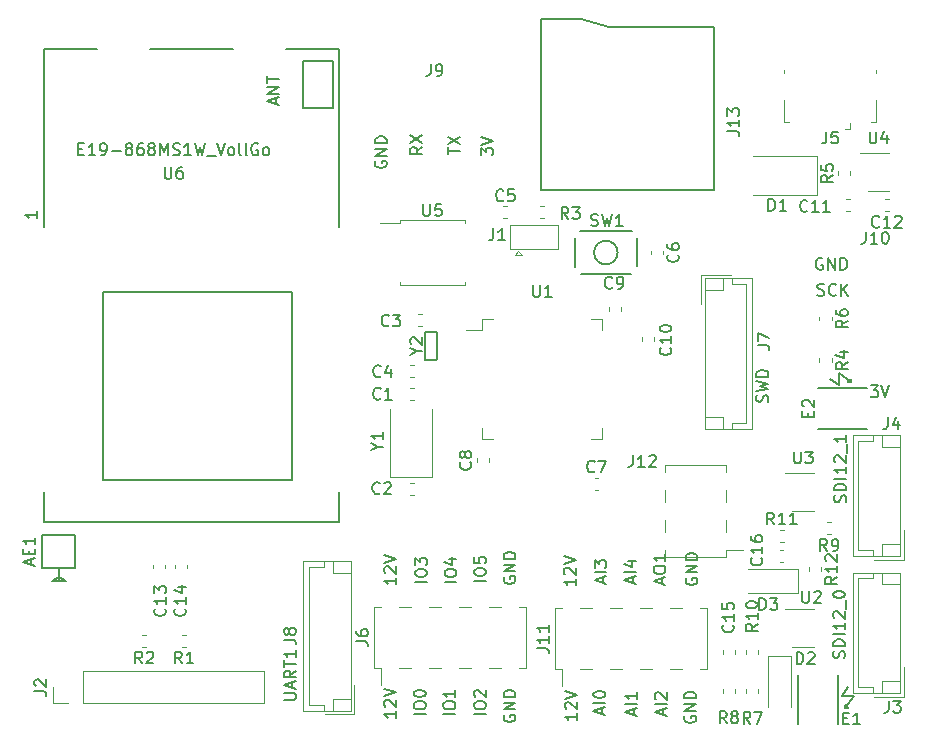
<source format=gbr>
%TF.GenerationSoftware,KiCad,Pcbnew,5.1.6-c6e7f7d~87~ubuntu20.04.1*%
%TF.CreationDate,2020-09-08T12:35:41+02:00*%
%TF.ProjectId,FShort,4653686f-7274-42e6-9b69-6361645f7063,rev?*%
%TF.SameCoordinates,Original*%
%TF.FileFunction,Legend,Top*%
%TF.FilePolarity,Positive*%
%FSLAX46Y46*%
G04 Gerber Fmt 4.6, Leading zero omitted, Abs format (unit mm)*
G04 Created by KiCad (PCBNEW 5.1.6-c6e7f7d~87~ubuntu20.04.1) date 2020-09-08 12:35:41*
%MOMM*%
%LPD*%
G01*
G04 APERTURE LIST*
%ADD10C,0.150000*%
%ADD11C,0.120000*%
G04 APERTURE END LIST*
D10*
X164104761Y-69757142D02*
X164152380Y-69614285D01*
X164152380Y-69376190D01*
X164104761Y-69280952D01*
X164057142Y-69233333D01*
X163961904Y-69185714D01*
X163866666Y-69185714D01*
X163771428Y-69233333D01*
X163723809Y-69280952D01*
X163676190Y-69376190D01*
X163628571Y-69566666D01*
X163580952Y-69661904D01*
X163533333Y-69709523D01*
X163438095Y-69757142D01*
X163342857Y-69757142D01*
X163247619Y-69709523D01*
X163200000Y-69661904D01*
X163152380Y-69566666D01*
X163152380Y-69328571D01*
X163200000Y-69185714D01*
X163152380Y-68852380D02*
X164152380Y-68614285D01*
X163438095Y-68423809D01*
X164152380Y-68233333D01*
X163152380Y-67995238D01*
X164152380Y-67614285D02*
X163152380Y-67614285D01*
X163152380Y-67376190D01*
X163200000Y-67233333D01*
X163295238Y-67138095D01*
X163390476Y-67090476D01*
X163580952Y-67042857D01*
X163723809Y-67042857D01*
X163914285Y-67090476D01*
X164009523Y-67138095D01*
X164104761Y-67233333D01*
X164152380Y-67376190D01*
X164152380Y-67614285D01*
X170604761Y-91433333D02*
X170652380Y-91290476D01*
X170652380Y-91052380D01*
X170604761Y-90957142D01*
X170557142Y-90909523D01*
X170461904Y-90861904D01*
X170366666Y-90861904D01*
X170271428Y-90909523D01*
X170223809Y-90957142D01*
X170176190Y-91052380D01*
X170128571Y-91242857D01*
X170080952Y-91338095D01*
X170033333Y-91385714D01*
X169938095Y-91433333D01*
X169842857Y-91433333D01*
X169747619Y-91385714D01*
X169700000Y-91338095D01*
X169652380Y-91242857D01*
X169652380Y-91004761D01*
X169700000Y-90861904D01*
X170652380Y-90433333D02*
X169652380Y-90433333D01*
X169652380Y-90195238D01*
X169700000Y-90052380D01*
X169795238Y-89957142D01*
X169890476Y-89909523D01*
X170080952Y-89861904D01*
X170223809Y-89861904D01*
X170414285Y-89909523D01*
X170509523Y-89957142D01*
X170604761Y-90052380D01*
X170652380Y-90195238D01*
X170652380Y-90433333D01*
X170652380Y-89433333D02*
X169652380Y-89433333D01*
X170652380Y-88433333D02*
X170652380Y-89004761D01*
X170652380Y-88719047D02*
X169652380Y-88719047D01*
X169795238Y-88814285D01*
X169890476Y-88909523D01*
X169938095Y-89004761D01*
X169747619Y-88052380D02*
X169700000Y-88004761D01*
X169652380Y-87909523D01*
X169652380Y-87671428D01*
X169700000Y-87576190D01*
X169747619Y-87528571D01*
X169842857Y-87480952D01*
X169938095Y-87480952D01*
X170080952Y-87528571D01*
X170652380Y-88100000D01*
X170652380Y-87480952D01*
X170747619Y-87290476D02*
X170747619Y-86528571D01*
X169652380Y-86100000D02*
X169652380Y-86004761D01*
X169700000Y-85909523D01*
X169747619Y-85861904D01*
X169842857Y-85814285D01*
X170033333Y-85766666D01*
X170271428Y-85766666D01*
X170461904Y-85814285D01*
X170557142Y-85861904D01*
X170604761Y-85909523D01*
X170652380Y-86004761D01*
X170652380Y-86100000D01*
X170604761Y-86195238D01*
X170557142Y-86242857D01*
X170461904Y-86290476D01*
X170271428Y-86338095D01*
X170033333Y-86338095D01*
X169842857Y-86290476D01*
X169747619Y-86242857D01*
X169700000Y-86195238D01*
X169652380Y-86100000D01*
X170704761Y-78233333D02*
X170752380Y-78090476D01*
X170752380Y-77852380D01*
X170704761Y-77757142D01*
X170657142Y-77709523D01*
X170561904Y-77661904D01*
X170466666Y-77661904D01*
X170371428Y-77709523D01*
X170323809Y-77757142D01*
X170276190Y-77852380D01*
X170228571Y-78042857D01*
X170180952Y-78138095D01*
X170133333Y-78185714D01*
X170038095Y-78233333D01*
X169942857Y-78233333D01*
X169847619Y-78185714D01*
X169800000Y-78138095D01*
X169752380Y-78042857D01*
X169752380Y-77804761D01*
X169800000Y-77661904D01*
X170752380Y-77233333D02*
X169752380Y-77233333D01*
X169752380Y-76995238D01*
X169800000Y-76852380D01*
X169895238Y-76757142D01*
X169990476Y-76709523D01*
X170180952Y-76661904D01*
X170323809Y-76661904D01*
X170514285Y-76709523D01*
X170609523Y-76757142D01*
X170704761Y-76852380D01*
X170752380Y-76995238D01*
X170752380Y-77233333D01*
X170752380Y-76233333D02*
X169752380Y-76233333D01*
X170752380Y-75233333D02*
X170752380Y-75804761D01*
X170752380Y-75519047D02*
X169752380Y-75519047D01*
X169895238Y-75614285D01*
X169990476Y-75709523D01*
X170038095Y-75804761D01*
X169847619Y-74852380D02*
X169800000Y-74804761D01*
X169752380Y-74709523D01*
X169752380Y-74471428D01*
X169800000Y-74376190D01*
X169847619Y-74328571D01*
X169942857Y-74280952D01*
X170038095Y-74280952D01*
X170180952Y-74328571D01*
X170752380Y-74900000D01*
X170752380Y-74280952D01*
X170847619Y-74090476D02*
X170847619Y-73328571D01*
X170752380Y-72566666D02*
X170752380Y-73138095D01*
X170752380Y-72852380D02*
X169752380Y-72852380D01*
X169895238Y-72947619D01*
X169990476Y-73042857D01*
X170038095Y-73138095D01*
X123152380Y-94971428D02*
X123961904Y-94971428D01*
X124057142Y-94923809D01*
X124104761Y-94876190D01*
X124152380Y-94780952D01*
X124152380Y-94590476D01*
X124104761Y-94495238D01*
X124057142Y-94447619D01*
X123961904Y-94400000D01*
X123152380Y-94400000D01*
X123866666Y-93971428D02*
X123866666Y-93495238D01*
X124152380Y-94066666D02*
X123152380Y-93733333D01*
X124152380Y-93400000D01*
X124152380Y-92495238D02*
X123676190Y-92828571D01*
X124152380Y-93066666D02*
X123152380Y-93066666D01*
X123152380Y-92685714D01*
X123200000Y-92590476D01*
X123247619Y-92542857D01*
X123342857Y-92495238D01*
X123485714Y-92495238D01*
X123580952Y-92542857D01*
X123628571Y-92590476D01*
X123676190Y-92685714D01*
X123676190Y-93066666D01*
X123152380Y-92209523D02*
X123152380Y-91638095D01*
X124152380Y-91923809D02*
X123152380Y-91923809D01*
X124152380Y-90780952D02*
X124152380Y-91352380D01*
X124152380Y-91066666D02*
X123152380Y-91066666D01*
X123295238Y-91161904D01*
X123390476Y-91257142D01*
X123438095Y-91352380D01*
X147952380Y-96119047D02*
X147952380Y-96690476D01*
X147952380Y-96404761D02*
X146952380Y-96404761D01*
X147095238Y-96500000D01*
X147190476Y-96595238D01*
X147238095Y-96690476D01*
X147047619Y-95738095D02*
X147000000Y-95690476D01*
X146952380Y-95595238D01*
X146952380Y-95357142D01*
X147000000Y-95261904D01*
X147047619Y-95214285D01*
X147142857Y-95166666D01*
X147238095Y-95166666D01*
X147380952Y-95214285D01*
X147952380Y-95785714D01*
X147952380Y-95166666D01*
X146952380Y-94880952D02*
X147952380Y-94547619D01*
X146952380Y-94214285D01*
X150066666Y-96152380D02*
X150066666Y-95676190D01*
X150352380Y-96247619D02*
X149352380Y-95914285D01*
X150352380Y-95580952D01*
X150352380Y-95247619D02*
X149352380Y-95247619D01*
X149352380Y-94580952D02*
X149352380Y-94485714D01*
X149400000Y-94390476D01*
X149447619Y-94342857D01*
X149542857Y-94295238D01*
X149733333Y-94247619D01*
X149971428Y-94247619D01*
X150161904Y-94295238D01*
X150257142Y-94342857D01*
X150304761Y-94390476D01*
X150352380Y-94485714D01*
X150352380Y-94580952D01*
X150304761Y-94676190D01*
X150257142Y-94723809D01*
X150161904Y-94771428D01*
X149971428Y-94819047D01*
X149733333Y-94819047D01*
X149542857Y-94771428D01*
X149447619Y-94723809D01*
X149400000Y-94676190D01*
X149352380Y-94580952D01*
X152766666Y-96252380D02*
X152766666Y-95776190D01*
X153052380Y-96347619D02*
X152052380Y-96014285D01*
X153052380Y-95680952D01*
X153052380Y-95347619D02*
X152052380Y-95347619D01*
X153052380Y-94347619D02*
X153052380Y-94919047D01*
X153052380Y-94633333D02*
X152052380Y-94633333D01*
X152195238Y-94728571D01*
X152290476Y-94823809D01*
X152338095Y-94919047D01*
X155266666Y-96252380D02*
X155266666Y-95776190D01*
X155552380Y-96347619D02*
X154552380Y-96014285D01*
X155552380Y-95680952D01*
X155552380Y-95347619D02*
X154552380Y-95347619D01*
X154647619Y-94919047D02*
X154600000Y-94871428D01*
X154552380Y-94776190D01*
X154552380Y-94538095D01*
X154600000Y-94442857D01*
X154647619Y-94395238D01*
X154742857Y-94347619D01*
X154838095Y-94347619D01*
X154980952Y-94395238D01*
X155552380Y-94966666D01*
X155552380Y-94347619D01*
X157100000Y-96361904D02*
X157052380Y-96457142D01*
X157052380Y-96600000D01*
X157100000Y-96742857D01*
X157195238Y-96838095D01*
X157290476Y-96885714D01*
X157480952Y-96933333D01*
X157623809Y-96933333D01*
X157814285Y-96885714D01*
X157909523Y-96838095D01*
X158004761Y-96742857D01*
X158052380Y-96600000D01*
X158052380Y-96504761D01*
X158004761Y-96361904D01*
X157957142Y-96314285D01*
X157623809Y-96314285D01*
X157623809Y-96504761D01*
X158052380Y-95885714D02*
X157052380Y-95885714D01*
X158052380Y-95314285D01*
X157052380Y-95314285D01*
X158052380Y-94838095D02*
X157052380Y-94838095D01*
X157052380Y-94600000D01*
X157100000Y-94457142D01*
X157195238Y-94361904D01*
X157290476Y-94314285D01*
X157480952Y-94266666D01*
X157623809Y-94266666D01*
X157814285Y-94314285D01*
X157909523Y-94361904D01*
X158004761Y-94457142D01*
X158052380Y-94600000D01*
X158052380Y-94838095D01*
X157200000Y-84661904D02*
X157152380Y-84757142D01*
X157152380Y-84900000D01*
X157200000Y-85042857D01*
X157295238Y-85138095D01*
X157390476Y-85185714D01*
X157580952Y-85233333D01*
X157723809Y-85233333D01*
X157914285Y-85185714D01*
X158009523Y-85138095D01*
X158104761Y-85042857D01*
X158152380Y-84900000D01*
X158152380Y-84804761D01*
X158104761Y-84661904D01*
X158057142Y-84614285D01*
X157723809Y-84614285D01*
X157723809Y-84804761D01*
X158152380Y-84185714D02*
X157152380Y-84185714D01*
X158152380Y-83614285D01*
X157152380Y-83614285D01*
X158152380Y-83138095D02*
X157152380Y-83138095D01*
X157152380Y-82900000D01*
X157200000Y-82757142D01*
X157295238Y-82661904D01*
X157390476Y-82614285D01*
X157580952Y-82566666D01*
X157723809Y-82566666D01*
X157914285Y-82614285D01*
X158009523Y-82661904D01*
X158104761Y-82757142D01*
X158152380Y-82900000D01*
X158152380Y-83138095D01*
X155166666Y-85138095D02*
X155166666Y-84661904D01*
X155452380Y-85233333D02*
X154452380Y-84900000D01*
X155452380Y-84566666D01*
X154452380Y-84042857D02*
X154452380Y-83852380D01*
X154500000Y-83757142D01*
X154595238Y-83661904D01*
X154785714Y-83614285D01*
X155119047Y-83614285D01*
X155309523Y-83661904D01*
X155404761Y-83757142D01*
X155452380Y-83852380D01*
X155452380Y-84042857D01*
X155404761Y-84138095D01*
X155309523Y-84233333D01*
X155119047Y-84280952D01*
X154785714Y-84280952D01*
X154595238Y-84233333D01*
X154500000Y-84138095D01*
X154452380Y-84042857D01*
X155452380Y-82661904D02*
X155452380Y-83233333D01*
X155452380Y-82947619D02*
X154452380Y-82947619D01*
X154595238Y-83042857D01*
X154690476Y-83138095D01*
X154738095Y-83233333D01*
X152666666Y-85052380D02*
X152666666Y-84576190D01*
X152952380Y-85147619D02*
X151952380Y-84814285D01*
X152952380Y-84480952D01*
X152952380Y-84147619D02*
X151952380Y-84147619D01*
X152285714Y-83242857D02*
X152952380Y-83242857D01*
X151904761Y-83480952D02*
X152619047Y-83719047D01*
X152619047Y-83100000D01*
X150166666Y-85052380D02*
X150166666Y-84576190D01*
X150452380Y-85147619D02*
X149452380Y-84814285D01*
X150452380Y-84480952D01*
X150452380Y-84147619D02*
X149452380Y-84147619D01*
X149452380Y-83766666D02*
X149452380Y-83147619D01*
X149833333Y-83480952D01*
X149833333Y-83338095D01*
X149880952Y-83242857D01*
X149928571Y-83195238D01*
X150023809Y-83147619D01*
X150261904Y-83147619D01*
X150357142Y-83195238D01*
X150404761Y-83242857D01*
X150452380Y-83338095D01*
X150452380Y-83623809D01*
X150404761Y-83719047D01*
X150357142Y-83766666D01*
X147852380Y-84719047D02*
X147852380Y-85290476D01*
X147852380Y-85004761D02*
X146852380Y-85004761D01*
X146995238Y-85100000D01*
X147090476Y-85195238D01*
X147138095Y-85290476D01*
X146947619Y-84338095D02*
X146900000Y-84290476D01*
X146852380Y-84195238D01*
X146852380Y-83957142D01*
X146900000Y-83861904D01*
X146947619Y-83814285D01*
X147042857Y-83766666D01*
X147138095Y-83766666D01*
X147280952Y-83814285D01*
X147852380Y-84385714D01*
X147852380Y-83766666D01*
X146852380Y-83480952D02*
X147852380Y-83147619D01*
X146852380Y-82814285D01*
X141800000Y-84561904D02*
X141752380Y-84657142D01*
X141752380Y-84800000D01*
X141800000Y-84942857D01*
X141895238Y-85038095D01*
X141990476Y-85085714D01*
X142180952Y-85133333D01*
X142323809Y-85133333D01*
X142514285Y-85085714D01*
X142609523Y-85038095D01*
X142704761Y-84942857D01*
X142752380Y-84800000D01*
X142752380Y-84704761D01*
X142704761Y-84561904D01*
X142657142Y-84514285D01*
X142323809Y-84514285D01*
X142323809Y-84704761D01*
X142752380Y-84085714D02*
X141752380Y-84085714D01*
X142752380Y-83514285D01*
X141752380Y-83514285D01*
X142752380Y-83038095D02*
X141752380Y-83038095D01*
X141752380Y-82800000D01*
X141800000Y-82657142D01*
X141895238Y-82561904D01*
X141990476Y-82514285D01*
X142180952Y-82466666D01*
X142323809Y-82466666D01*
X142514285Y-82514285D01*
X142609523Y-82561904D01*
X142704761Y-82657142D01*
X142752380Y-82800000D01*
X142752380Y-83038095D01*
X140252380Y-84900000D02*
X139252380Y-84900000D01*
X139252380Y-84233333D02*
X139252380Y-84042857D01*
X139300000Y-83947619D01*
X139395238Y-83852380D01*
X139585714Y-83804761D01*
X139919047Y-83804761D01*
X140109523Y-83852380D01*
X140204761Y-83947619D01*
X140252380Y-84042857D01*
X140252380Y-84233333D01*
X140204761Y-84328571D01*
X140109523Y-84423809D01*
X139919047Y-84471428D01*
X139585714Y-84471428D01*
X139395238Y-84423809D01*
X139300000Y-84328571D01*
X139252380Y-84233333D01*
X139252380Y-82900000D02*
X139252380Y-83376190D01*
X139728571Y-83423809D01*
X139680952Y-83376190D01*
X139633333Y-83280952D01*
X139633333Y-83042857D01*
X139680952Y-82947619D01*
X139728571Y-82900000D01*
X139823809Y-82852380D01*
X140061904Y-82852380D01*
X140157142Y-82900000D01*
X140204761Y-82947619D01*
X140252380Y-83042857D01*
X140252380Y-83280952D01*
X140204761Y-83376190D01*
X140157142Y-83423809D01*
X137752380Y-85000000D02*
X136752380Y-85000000D01*
X136752380Y-84333333D02*
X136752380Y-84142857D01*
X136800000Y-84047619D01*
X136895238Y-83952380D01*
X137085714Y-83904761D01*
X137419047Y-83904761D01*
X137609523Y-83952380D01*
X137704761Y-84047619D01*
X137752380Y-84142857D01*
X137752380Y-84333333D01*
X137704761Y-84428571D01*
X137609523Y-84523809D01*
X137419047Y-84571428D01*
X137085714Y-84571428D01*
X136895238Y-84523809D01*
X136800000Y-84428571D01*
X136752380Y-84333333D01*
X137085714Y-83047619D02*
X137752380Y-83047619D01*
X136704761Y-83285714D02*
X137419047Y-83523809D01*
X137419047Y-82904761D01*
X135252380Y-85000000D02*
X134252380Y-85000000D01*
X134252380Y-84333333D02*
X134252380Y-84142857D01*
X134300000Y-84047619D01*
X134395238Y-83952380D01*
X134585714Y-83904761D01*
X134919047Y-83904761D01*
X135109523Y-83952380D01*
X135204761Y-84047619D01*
X135252380Y-84142857D01*
X135252380Y-84333333D01*
X135204761Y-84428571D01*
X135109523Y-84523809D01*
X134919047Y-84571428D01*
X134585714Y-84571428D01*
X134395238Y-84523809D01*
X134300000Y-84428571D01*
X134252380Y-84333333D01*
X134252380Y-83571428D02*
X134252380Y-82952380D01*
X134633333Y-83285714D01*
X134633333Y-83142857D01*
X134680952Y-83047619D01*
X134728571Y-83000000D01*
X134823809Y-82952380D01*
X135061904Y-82952380D01*
X135157142Y-83000000D01*
X135204761Y-83047619D01*
X135252380Y-83142857D01*
X135252380Y-83428571D01*
X135204761Y-83523809D01*
X135157142Y-83571428D01*
X132652380Y-84619047D02*
X132652380Y-85190476D01*
X132652380Y-84904761D02*
X131652380Y-84904761D01*
X131795238Y-85000000D01*
X131890476Y-85095238D01*
X131938095Y-85190476D01*
X131747619Y-84238095D02*
X131700000Y-84190476D01*
X131652380Y-84095238D01*
X131652380Y-83857142D01*
X131700000Y-83761904D01*
X131747619Y-83714285D01*
X131842857Y-83666666D01*
X131938095Y-83666666D01*
X132080952Y-83714285D01*
X132652380Y-84285714D01*
X132652380Y-83666666D01*
X131652380Y-83380952D02*
X132652380Y-83047619D01*
X131652380Y-82714285D01*
X141800000Y-96261904D02*
X141752380Y-96357142D01*
X141752380Y-96500000D01*
X141800000Y-96642857D01*
X141895238Y-96738095D01*
X141990476Y-96785714D01*
X142180952Y-96833333D01*
X142323809Y-96833333D01*
X142514285Y-96785714D01*
X142609523Y-96738095D01*
X142704761Y-96642857D01*
X142752380Y-96500000D01*
X142752380Y-96404761D01*
X142704761Y-96261904D01*
X142657142Y-96214285D01*
X142323809Y-96214285D01*
X142323809Y-96404761D01*
X142752380Y-95785714D02*
X141752380Y-95785714D01*
X142752380Y-95214285D01*
X141752380Y-95214285D01*
X142752380Y-94738095D02*
X141752380Y-94738095D01*
X141752380Y-94500000D01*
X141800000Y-94357142D01*
X141895238Y-94261904D01*
X141990476Y-94214285D01*
X142180952Y-94166666D01*
X142323809Y-94166666D01*
X142514285Y-94214285D01*
X142609523Y-94261904D01*
X142704761Y-94357142D01*
X142752380Y-94500000D01*
X142752380Y-94738095D01*
X132652380Y-95919047D02*
X132652380Y-96490476D01*
X132652380Y-96204761D02*
X131652380Y-96204761D01*
X131795238Y-96300000D01*
X131890476Y-96395238D01*
X131938095Y-96490476D01*
X131747619Y-95538095D02*
X131700000Y-95490476D01*
X131652380Y-95395238D01*
X131652380Y-95157142D01*
X131700000Y-95061904D01*
X131747619Y-95014285D01*
X131842857Y-94966666D01*
X131938095Y-94966666D01*
X132080952Y-95014285D01*
X132652380Y-95585714D01*
X132652380Y-94966666D01*
X131652380Y-94680952D02*
X132652380Y-94347619D01*
X131652380Y-94014285D01*
X140252380Y-96200000D02*
X139252380Y-96200000D01*
X139252380Y-95533333D02*
X139252380Y-95342857D01*
X139300000Y-95247619D01*
X139395238Y-95152380D01*
X139585714Y-95104761D01*
X139919047Y-95104761D01*
X140109523Y-95152380D01*
X140204761Y-95247619D01*
X140252380Y-95342857D01*
X140252380Y-95533333D01*
X140204761Y-95628571D01*
X140109523Y-95723809D01*
X139919047Y-95771428D01*
X139585714Y-95771428D01*
X139395238Y-95723809D01*
X139300000Y-95628571D01*
X139252380Y-95533333D01*
X139347619Y-94723809D02*
X139300000Y-94676190D01*
X139252380Y-94580952D01*
X139252380Y-94342857D01*
X139300000Y-94247619D01*
X139347619Y-94200000D01*
X139442857Y-94152380D01*
X139538095Y-94152380D01*
X139680952Y-94200000D01*
X140252380Y-94771428D01*
X140252380Y-94152380D01*
X137652380Y-96200000D02*
X136652380Y-96200000D01*
X136652380Y-95533333D02*
X136652380Y-95342857D01*
X136700000Y-95247619D01*
X136795238Y-95152380D01*
X136985714Y-95104761D01*
X137319047Y-95104761D01*
X137509523Y-95152380D01*
X137604761Y-95247619D01*
X137652380Y-95342857D01*
X137652380Y-95533333D01*
X137604761Y-95628571D01*
X137509523Y-95723809D01*
X137319047Y-95771428D01*
X136985714Y-95771428D01*
X136795238Y-95723809D01*
X136700000Y-95628571D01*
X136652380Y-95533333D01*
X137652380Y-94152380D02*
X137652380Y-94723809D01*
X137652380Y-94438095D02*
X136652380Y-94438095D01*
X136795238Y-94533333D01*
X136890476Y-94628571D01*
X136938095Y-94723809D01*
X135152380Y-96200000D02*
X134152380Y-96200000D01*
X134152380Y-95533333D02*
X134152380Y-95342857D01*
X134200000Y-95247619D01*
X134295238Y-95152380D01*
X134485714Y-95104761D01*
X134819047Y-95104761D01*
X135009523Y-95152380D01*
X135104761Y-95247619D01*
X135152380Y-95342857D01*
X135152380Y-95533333D01*
X135104761Y-95628571D01*
X135009523Y-95723809D01*
X134819047Y-95771428D01*
X134485714Y-95771428D01*
X134295238Y-95723809D01*
X134200000Y-95628571D01*
X134152380Y-95533333D01*
X134152380Y-94485714D02*
X134152380Y-94390476D01*
X134200000Y-94295238D01*
X134247619Y-94247619D01*
X134342857Y-94200000D01*
X134533333Y-94152380D01*
X134771428Y-94152380D01*
X134961904Y-94200000D01*
X135057142Y-94247619D01*
X135104761Y-94295238D01*
X135152380Y-94390476D01*
X135152380Y-94485714D01*
X135104761Y-94580952D01*
X135057142Y-94628571D01*
X134961904Y-94676190D01*
X134771428Y-94723809D01*
X134533333Y-94723809D01*
X134342857Y-94676190D01*
X134247619Y-94628571D01*
X134200000Y-94580952D01*
X134152380Y-94485714D01*
X172838095Y-68352380D02*
X173457142Y-68352380D01*
X173123809Y-68733333D01*
X173266666Y-68733333D01*
X173361904Y-68780952D01*
X173409523Y-68828571D01*
X173457142Y-68923809D01*
X173457142Y-69161904D01*
X173409523Y-69257142D01*
X173361904Y-69304761D01*
X173266666Y-69352380D01*
X172980952Y-69352380D01*
X172885714Y-69304761D01*
X172838095Y-69257142D01*
X173742857Y-68352380D02*
X174076190Y-69352380D01*
X174409523Y-68352380D01*
X168314285Y-60704761D02*
X168457142Y-60752380D01*
X168695238Y-60752380D01*
X168790476Y-60704761D01*
X168838095Y-60657142D01*
X168885714Y-60561904D01*
X168885714Y-60466666D01*
X168838095Y-60371428D01*
X168790476Y-60323809D01*
X168695238Y-60276190D01*
X168504761Y-60228571D01*
X168409523Y-60180952D01*
X168361904Y-60133333D01*
X168314285Y-60038095D01*
X168314285Y-59942857D01*
X168361904Y-59847619D01*
X168409523Y-59800000D01*
X168504761Y-59752380D01*
X168742857Y-59752380D01*
X168885714Y-59800000D01*
X169885714Y-60657142D02*
X169838095Y-60704761D01*
X169695238Y-60752380D01*
X169600000Y-60752380D01*
X169457142Y-60704761D01*
X169361904Y-60609523D01*
X169314285Y-60514285D01*
X169266666Y-60323809D01*
X169266666Y-60180952D01*
X169314285Y-59990476D01*
X169361904Y-59895238D01*
X169457142Y-59800000D01*
X169600000Y-59752380D01*
X169695238Y-59752380D01*
X169838095Y-59800000D01*
X169885714Y-59847619D01*
X170314285Y-60752380D02*
X170314285Y-59752380D01*
X170885714Y-60752380D02*
X170457142Y-60180952D01*
X170885714Y-59752380D02*
X170314285Y-60323809D01*
X168738095Y-57600000D02*
X168642857Y-57552380D01*
X168500000Y-57552380D01*
X168357142Y-57600000D01*
X168261904Y-57695238D01*
X168214285Y-57790476D01*
X168166666Y-57980952D01*
X168166666Y-58123809D01*
X168214285Y-58314285D01*
X168261904Y-58409523D01*
X168357142Y-58504761D01*
X168500000Y-58552380D01*
X168595238Y-58552380D01*
X168738095Y-58504761D01*
X168785714Y-58457142D01*
X168785714Y-58123809D01*
X168595238Y-58123809D01*
X169214285Y-58552380D02*
X169214285Y-57552380D01*
X169785714Y-58552380D01*
X169785714Y-57552380D01*
X170261904Y-58552380D02*
X170261904Y-57552380D01*
X170500000Y-57552380D01*
X170642857Y-57600000D01*
X170738095Y-57695238D01*
X170785714Y-57790476D01*
X170833333Y-57980952D01*
X170833333Y-58123809D01*
X170785714Y-58314285D01*
X170738095Y-58409523D01*
X170642857Y-58504761D01*
X170500000Y-58552380D01*
X170261904Y-58552380D01*
X130900000Y-49361904D02*
X130852380Y-49457142D01*
X130852380Y-49600000D01*
X130900000Y-49742857D01*
X130995238Y-49838095D01*
X131090476Y-49885714D01*
X131280952Y-49933333D01*
X131423809Y-49933333D01*
X131614285Y-49885714D01*
X131709523Y-49838095D01*
X131804761Y-49742857D01*
X131852380Y-49600000D01*
X131852380Y-49504761D01*
X131804761Y-49361904D01*
X131757142Y-49314285D01*
X131423809Y-49314285D01*
X131423809Y-49504761D01*
X131852380Y-48885714D02*
X130852380Y-48885714D01*
X131852380Y-48314285D01*
X130852380Y-48314285D01*
X131852380Y-47838095D02*
X130852380Y-47838095D01*
X130852380Y-47600000D01*
X130900000Y-47457142D01*
X130995238Y-47361904D01*
X131090476Y-47314285D01*
X131280952Y-47266666D01*
X131423809Y-47266666D01*
X131614285Y-47314285D01*
X131709523Y-47361904D01*
X131804761Y-47457142D01*
X131852380Y-47600000D01*
X131852380Y-47838095D01*
X139852380Y-48861904D02*
X139852380Y-48242857D01*
X140233333Y-48576190D01*
X140233333Y-48433333D01*
X140280952Y-48338095D01*
X140328571Y-48290476D01*
X140423809Y-48242857D01*
X140661904Y-48242857D01*
X140757142Y-48290476D01*
X140804761Y-48338095D01*
X140852380Y-48433333D01*
X140852380Y-48719047D01*
X140804761Y-48814285D01*
X140757142Y-48861904D01*
X139852380Y-47957142D02*
X140852380Y-47623809D01*
X139852380Y-47290476D01*
X137052380Y-48761904D02*
X137052380Y-48190476D01*
X138052380Y-48476190D02*
X137052380Y-48476190D01*
X137052380Y-47952380D02*
X138052380Y-47285714D01*
X137052380Y-47285714D02*
X138052380Y-47952380D01*
X134852380Y-48166666D02*
X134376190Y-48500000D01*
X134852380Y-48738095D02*
X133852380Y-48738095D01*
X133852380Y-48357142D01*
X133900000Y-48261904D01*
X133947619Y-48214285D01*
X134042857Y-48166666D01*
X134185714Y-48166666D01*
X134280952Y-48214285D01*
X134328571Y-48261904D01*
X134376190Y-48357142D01*
X134376190Y-48738095D01*
X133852380Y-47833333D02*
X134852380Y-47166666D01*
X133852380Y-47166666D02*
X134852380Y-47833333D01*
%TO.C,J13*%
X148340000Y-37300000D02*
X144900000Y-37300000D01*
X150660000Y-38010000D02*
X148340000Y-37300000D01*
X159600000Y-38010000D02*
X150660000Y-38010000D01*
X159600000Y-51800000D02*
X159600000Y-38010000D01*
X144900000Y-51810000D02*
X159600000Y-51800000D01*
X144900000Y-37300000D02*
X144900000Y-51810000D01*
D11*
%TO.C,R7*%
X163310000Y-94375279D02*
X163310000Y-94049721D01*
X162290000Y-94375279D02*
X162290000Y-94049721D01*
D10*
%TO.C,U6*%
X124800000Y-40900000D02*
X124800000Y-44900000D01*
X124800000Y-44900000D02*
X127300000Y-44900000D01*
X127300000Y-44900000D02*
X127300000Y-40900000D01*
X127300000Y-40900000D02*
X124800000Y-40900000D01*
X111800000Y-39900000D02*
X118800000Y-39900000D01*
X102800000Y-39900000D02*
X107300000Y-39900000D01*
X127800000Y-39900000D02*
X123300000Y-39900000D01*
X102800000Y-54900000D02*
X102800000Y-39900000D01*
X127800000Y-39900000D02*
X127800000Y-54900000D01*
X127800000Y-79900000D02*
X127800000Y-77400000D01*
X127800000Y-79900000D02*
X102800000Y-79900000D01*
X102800000Y-79900000D02*
X102800000Y-77400000D01*
X123800000Y-76400000D02*
X107800000Y-76400000D01*
X107800000Y-60400000D02*
X107800000Y-76400000D01*
X123800000Y-76400000D02*
X123800000Y-60400000D01*
X123800000Y-60400000D02*
X107800000Y-60400000D01*
D11*
%TO.C,U5*%
X132950000Y-54635000D02*
X131300000Y-54635000D01*
X132950000Y-54375000D02*
X132950000Y-54635000D01*
X135700000Y-54375000D02*
X132950000Y-54375000D01*
X138450000Y-54375000D02*
X138450000Y-54635000D01*
X135700000Y-54375000D02*
X138450000Y-54375000D01*
X132950000Y-59825000D02*
X132950000Y-59565000D01*
X135700000Y-59825000D02*
X132950000Y-59825000D01*
X138450000Y-59825000D02*
X138450000Y-59565000D01*
X135700000Y-59825000D02*
X138450000Y-59825000D01*
%TO.C,R12*%
X167590000Y-83749721D02*
X167590000Y-84075279D01*
X168610000Y-83749721D02*
X168610000Y-84075279D01*
%TO.C,R11*%
X165124721Y-81610000D02*
X165450279Y-81610000D01*
X165124721Y-80590000D02*
X165450279Y-80590000D01*
%TO.C,R10*%
X163310000Y-91050279D02*
X163310000Y-90724721D01*
X162290000Y-91050279D02*
X162290000Y-90724721D01*
%TO.C,R9*%
X169149721Y-80910000D02*
X169475279Y-80910000D01*
X169149721Y-79890000D02*
X169475279Y-79890000D01*
%TO.C,R8*%
X161310000Y-94375279D02*
X161310000Y-94049721D01*
X160290000Y-94375279D02*
X160290000Y-94049721D01*
D10*
%TO.C,E2*%
X171150000Y-67800000D02*
X171150000Y-68050000D01*
X170900000Y-68050000D02*
X171150000Y-67800000D01*
X171150000Y-68050000D02*
X170900000Y-68050000D01*
X170150000Y-67300000D02*
X171150000Y-68050000D01*
X170150000Y-68300000D02*
X170150000Y-67300000D01*
X169400000Y-67800000D02*
X170150000Y-68300000D01*
X172500000Y-68600000D02*
X168400000Y-68600000D01*
X168400000Y-72000000D02*
X172500000Y-72000000D01*
%TO.C,E1*%
X170900000Y-95650000D02*
X170650000Y-95650000D01*
X170650000Y-95400000D02*
X170900000Y-95650000D01*
X170650000Y-95650000D02*
X170650000Y-95400000D01*
X171400000Y-94650000D02*
X170650000Y-95650000D01*
X170400000Y-94650000D02*
X171400000Y-94650000D01*
X170900000Y-93900000D02*
X170400000Y-94650000D01*
X170100000Y-97000000D02*
X170100000Y-92900000D01*
X166700000Y-92900000D02*
X166700000Y-97000000D01*
D11*
%TO.C,D3*%
X166700000Y-83900000D02*
X162400000Y-83900000D01*
X166700000Y-85900000D02*
X166700000Y-83900000D01*
X162400000Y-85900000D02*
X166700000Y-85900000D01*
%TO.C,D2*%
X164100000Y-91300000D02*
X164100000Y-95600000D01*
X166100000Y-91300000D02*
X164100000Y-91300000D01*
X166100000Y-95600000D02*
X166100000Y-91300000D01*
%TO.C,C16*%
X165432779Y-82290000D02*
X165107221Y-82290000D01*
X165432779Y-83310000D02*
X165107221Y-83310000D01*
%TO.C,C15*%
X160290000Y-90749721D02*
X160290000Y-91075279D01*
X161310000Y-90749721D02*
X161310000Y-91075279D01*
D10*
%TO.C,AE1*%
X102700000Y-83800000D02*
X105500000Y-83800000D01*
X105500000Y-83800000D02*
X105500000Y-81000000D01*
X105500000Y-81000000D02*
X102700000Y-81000000D01*
X102700000Y-81000000D02*
X102700000Y-83800000D01*
X104100000Y-83800000D02*
X104100000Y-84600000D01*
X104100000Y-84600000D02*
X103500000Y-84900000D01*
X103500000Y-84900000D02*
X104100000Y-84900000D01*
X104100000Y-84900000D02*
X104100000Y-84600000D01*
X104100000Y-84600000D02*
X104700000Y-84900000D01*
X104700000Y-84900000D02*
X104100000Y-84900000D01*
D11*
%TO.C,C14*%
X113890000Y-83524721D02*
X113890000Y-83850279D01*
X114910000Y-83524721D02*
X114910000Y-83850279D01*
%TO.C,C13*%
X112090000Y-83524721D02*
X112090000Y-83850279D01*
X113110000Y-83524721D02*
X113110000Y-83850279D01*
%TO.C,Y1*%
X132100000Y-70350000D02*
X132100000Y-76100000D01*
X132100000Y-76100000D02*
X135700000Y-76100000D01*
X135700000Y-76100000D02*
X135700000Y-70350000D01*
%TO.C,C1*%
X134150279Y-69610000D02*
X133824721Y-69610000D01*
X134150279Y-68590000D02*
X133824721Y-68590000D01*
%TO.C,C2*%
X134175279Y-76590000D02*
X133849721Y-76590000D01*
X134175279Y-77610000D02*
X133849721Y-77610000D01*
%TO.C,C3*%
X134850279Y-63310000D02*
X134524721Y-63310000D01*
X134850279Y-62290000D02*
X134524721Y-62290000D01*
%TO.C,C4*%
X134175279Y-66590000D02*
X133849721Y-66590000D01*
X134175279Y-67610000D02*
X133849721Y-67610000D01*
%TO.C,C5*%
X142050279Y-54210000D02*
X141724721Y-54210000D01*
X142050279Y-53190000D02*
X141724721Y-53190000D01*
%TO.C,C6*%
X154190000Y-56937221D02*
X154190000Y-57262779D01*
X155210000Y-56937221D02*
X155210000Y-57262779D01*
%TO.C,C7*%
X149449721Y-76190000D02*
X149775279Y-76190000D01*
X149449721Y-77210000D02*
X149775279Y-77210000D01*
%TO.C,C8*%
X140510000Y-74850279D02*
X140510000Y-74524721D01*
X139490000Y-74850279D02*
X139490000Y-74524721D01*
%TO.C,C9*%
X151710000Y-61724721D02*
X151710000Y-62050279D01*
X150690000Y-61724721D02*
X150690000Y-62050279D01*
%TO.C,C10*%
X154510000Y-64562779D02*
X154510000Y-64237221D01*
X153490000Y-64562779D02*
X153490000Y-64237221D01*
%TO.C,C11*%
X170749721Y-52590000D02*
X171075279Y-52590000D01*
X170749721Y-53610000D02*
X171075279Y-53610000D01*
%TO.C,C12*%
X174350279Y-52590000D02*
X174024721Y-52590000D01*
X174350279Y-53610000D02*
X174024721Y-53610000D01*
%TO.C,D1*%
X168300000Y-52250000D02*
X168300000Y-48950000D01*
X168300000Y-48950000D02*
X162900000Y-48950000D01*
X168300000Y-52250000D02*
X162900000Y-52250000D01*
%TO.C,J1*%
X143000000Y-57000000D02*
X143300000Y-57300000D01*
X142700000Y-57300000D02*
X143300000Y-57300000D01*
X143000000Y-57000000D02*
X142700000Y-57300000D01*
X142250000Y-56800000D02*
X142250000Y-54800000D01*
X146350000Y-56800000D02*
X142250000Y-56800000D01*
X146350000Y-54800000D02*
X146350000Y-56800000D01*
X142250000Y-54800000D02*
X146350000Y-54800000D01*
%TO.C,J2*%
X121470000Y-95230000D02*
X121470000Y-92570000D01*
X106170000Y-95230000D02*
X121470000Y-95230000D01*
X106170000Y-92570000D02*
X121470000Y-92570000D01*
X106170000Y-95230000D02*
X106170000Y-92570000D01*
X104900000Y-95230000D02*
X103570000Y-95230000D01*
X103570000Y-95230000D02*
X103570000Y-93900000D01*
%TO.C,J3*%
X171290000Y-94410000D02*
X175310000Y-94410000D01*
X175310000Y-94410000D02*
X175310000Y-84190000D01*
X175310000Y-84190000D02*
X171290000Y-84190000D01*
X171290000Y-84190000D02*
X171290000Y-94410000D01*
X173000000Y-94410000D02*
X173000000Y-93910000D01*
X173000000Y-93910000D02*
X171790000Y-93910000D01*
X171790000Y-93910000D02*
X171790000Y-84690000D01*
X171790000Y-84690000D02*
X173000000Y-84690000D01*
X173000000Y-84690000D02*
X173000000Y-84190000D01*
X173810000Y-94410000D02*
X173810000Y-93410000D01*
X173810000Y-93410000D02*
X175310000Y-93410000D01*
X173810000Y-84190000D02*
X173810000Y-85190000D01*
X173810000Y-85190000D02*
X175310000Y-85190000D01*
X173110000Y-94710000D02*
X175610000Y-94710000D01*
X175610000Y-94710000D02*
X175610000Y-92210000D01*
%TO.C,J4*%
X175610000Y-83110000D02*
X175610000Y-80610000D01*
X173110000Y-83110000D02*
X175610000Y-83110000D01*
X173810000Y-73590000D02*
X175310000Y-73590000D01*
X173810000Y-72590000D02*
X173810000Y-73590000D01*
X173810000Y-81810000D02*
X175310000Y-81810000D01*
X173810000Y-82810000D02*
X173810000Y-81810000D01*
X173000000Y-73090000D02*
X173000000Y-72590000D01*
X171790000Y-73090000D02*
X173000000Y-73090000D01*
X171790000Y-82310000D02*
X171790000Y-73090000D01*
X173000000Y-82310000D02*
X171790000Y-82310000D01*
X173000000Y-82810000D02*
X173000000Y-82310000D01*
X171290000Y-72590000D02*
X171290000Y-82810000D01*
X175310000Y-72590000D02*
X171290000Y-72590000D01*
X175310000Y-82810000D02*
X175310000Y-72590000D01*
X171290000Y-82810000D02*
X175310000Y-82810000D01*
%TO.C,J5*%
X173300000Y-46062500D02*
X172850000Y-46062500D01*
X173300000Y-44212500D02*
X173300000Y-46062500D01*
X165500000Y-41662500D02*
X165500000Y-41912500D01*
X173300000Y-41662500D02*
X173300000Y-41912500D01*
X165500000Y-44212500D02*
X165500000Y-46062500D01*
X165500000Y-46062500D02*
X165950000Y-46062500D01*
X171100000Y-46612500D02*
X170650000Y-46612500D01*
X171100000Y-46612500D02*
X171100000Y-46162500D01*
%TO.C,J6*%
X140520000Y-87075000D02*
X141540000Y-87075000D01*
X140520000Y-92275000D02*
X141540000Y-92275000D01*
X137980000Y-87075000D02*
X139000000Y-87075000D01*
X137980000Y-92275000D02*
X139000000Y-92275000D01*
X135440000Y-87075000D02*
X136460000Y-87075000D01*
X135440000Y-92275000D02*
X136460000Y-92275000D01*
X132900000Y-87075000D02*
X133920000Y-87075000D01*
X132900000Y-92275000D02*
X133920000Y-92275000D01*
X143060000Y-87075000D02*
X143630000Y-87075000D01*
X143060000Y-92275000D02*
X143630000Y-92275000D01*
X130810000Y-87075000D02*
X131380000Y-87075000D01*
X130810000Y-92275000D02*
X131380000Y-92275000D01*
X131380000Y-93715000D02*
X131380000Y-92275000D01*
X143630000Y-92275000D02*
X143630000Y-87075000D01*
X130810000Y-92275000D02*
X130810000Y-87075000D01*
%TO.C,J7*%
X158490000Y-58990000D02*
X158490000Y-61490000D01*
X160990000Y-58990000D02*
X158490000Y-58990000D01*
X160290000Y-71010000D02*
X158790000Y-71010000D01*
X160290000Y-72010000D02*
X160290000Y-71010000D01*
X160290000Y-60290000D02*
X158790000Y-60290000D01*
X160290000Y-59290000D02*
X160290000Y-60290000D01*
X161100000Y-71510000D02*
X161100000Y-72010000D01*
X162310000Y-71510000D02*
X161100000Y-71510000D01*
X162310000Y-59790000D02*
X162310000Y-71510000D01*
X161100000Y-59790000D02*
X162310000Y-59790000D01*
X161100000Y-59290000D02*
X161100000Y-59790000D01*
X162810000Y-72010000D02*
X162810000Y-59290000D01*
X158790000Y-72010000D02*
X162810000Y-72010000D01*
X158790000Y-59290000D02*
X158790000Y-72010000D01*
X162810000Y-59290000D02*
X158790000Y-59290000D01*
%TO.C,J8*%
X124790000Y-95910000D02*
X128810000Y-95910000D01*
X128810000Y-95910000D02*
X128810000Y-83190000D01*
X128810000Y-83190000D02*
X124790000Y-83190000D01*
X124790000Y-83190000D02*
X124790000Y-95910000D01*
X126500000Y-95910000D02*
X126500000Y-95410000D01*
X126500000Y-95410000D02*
X125290000Y-95410000D01*
X125290000Y-95410000D02*
X125290000Y-83690000D01*
X125290000Y-83690000D02*
X126500000Y-83690000D01*
X126500000Y-83690000D02*
X126500000Y-83190000D01*
X127310000Y-95910000D02*
X127310000Y-94910000D01*
X127310000Y-94910000D02*
X128810000Y-94910000D01*
X127310000Y-83190000D02*
X127310000Y-84190000D01*
X127310000Y-84190000D02*
X128810000Y-84190000D01*
X126610000Y-96210000D02*
X129110000Y-96210000D01*
X129110000Y-96210000D02*
X129110000Y-93710000D01*
%TO.C,J11*%
X146110000Y-92375000D02*
X146110000Y-87175000D01*
X158930000Y-92375000D02*
X158930000Y-87175000D01*
X146680000Y-93815000D02*
X146680000Y-92375000D01*
X146110000Y-92375000D02*
X146680000Y-92375000D01*
X146110000Y-87175000D02*
X146680000Y-87175000D01*
X158360000Y-92375000D02*
X158930000Y-92375000D01*
X158360000Y-87175000D02*
X158930000Y-87175000D01*
X148200000Y-92375000D02*
X149220000Y-92375000D01*
X148200000Y-87175000D02*
X149220000Y-87175000D01*
X150740000Y-92375000D02*
X151760000Y-92375000D01*
X150740000Y-87175000D02*
X151760000Y-87175000D01*
X153280000Y-92375000D02*
X154300000Y-92375000D01*
X153280000Y-87175000D02*
X154300000Y-87175000D01*
X155820000Y-92375000D02*
X156840000Y-92375000D01*
X155820000Y-87175000D02*
X156840000Y-87175000D01*
%TO.C,J12*%
X160600000Y-82870000D02*
X155400000Y-82870000D01*
X160600000Y-75130000D02*
X155400000Y-75130000D01*
X162040000Y-82300000D02*
X160600000Y-82300000D01*
X160600000Y-82870000D02*
X160600000Y-82300000D01*
X155400000Y-82870000D02*
X155400000Y-82300000D01*
X160600000Y-75700000D02*
X160600000Y-75130000D01*
X155400000Y-75700000D02*
X155400000Y-75130000D01*
X160600000Y-80780000D02*
X160600000Y-79760000D01*
X155400000Y-80780000D02*
X155400000Y-79760000D01*
X160600000Y-78240000D02*
X160600000Y-77220000D01*
X155400000Y-78240000D02*
X155400000Y-77220000D01*
%TO.C,R1*%
X114850279Y-89490000D02*
X114524721Y-89490000D01*
X114850279Y-90510000D02*
X114524721Y-90510000D01*
%TO.C,R2*%
X111475279Y-90510000D02*
X111149721Y-90510000D01*
X111475279Y-89490000D02*
X111149721Y-89490000D01*
%TO.C,R3*%
X144849721Y-54210000D02*
X145175279Y-54210000D01*
X144849721Y-53190000D02*
X145175279Y-53190000D01*
%TO.C,R4*%
X169510000Y-66049721D02*
X169510000Y-66375279D01*
X168490000Y-66049721D02*
X168490000Y-66375279D01*
%TO.C,R5*%
X171110000Y-50550279D02*
X171110000Y-50224721D01*
X170090000Y-50550279D02*
X170090000Y-50224721D01*
%TO.C,R6*%
X169510000Y-62524721D02*
X169510000Y-62850279D01*
X168490000Y-62524721D02*
X168490000Y-62850279D01*
D10*
%TO.C,SW1*%
X153000000Y-55900000D02*
X153000000Y-58250000D01*
X152550000Y-58950000D02*
X148300000Y-58950000D01*
X147800000Y-58300000D02*
X147800000Y-55900000D01*
X148200000Y-55250000D02*
X152600000Y-55250000D01*
X151392472Y-57100000D02*
G75*
G03*
X151392472Y-57100000I-992472J0D01*
G01*
D11*
%TO.C,U2*%
X166200000Y-90510000D02*
X168000000Y-90510000D01*
X168000000Y-87290000D02*
X165550000Y-87290000D01*
%TO.C,U3*%
X168000000Y-75790000D02*
X165550000Y-75790000D01*
X166200000Y-79010000D02*
X168000000Y-79010000D01*
%TO.C,U4*%
X172600000Y-51910000D02*
X174400000Y-51910000D01*
X174400000Y-48690000D02*
X171950000Y-48690000D01*
D10*
%TO.C,Y2*%
X135100000Y-63800000D02*
X135100000Y-66100000D01*
X135100000Y-66100000D02*
X135100000Y-66200000D01*
X135100000Y-66200000D02*
X136000000Y-66200000D01*
X136000000Y-66200000D02*
X136100000Y-66100000D01*
X136100000Y-66100000D02*
X136100000Y-63800000D01*
X136100000Y-63800000D02*
X135100000Y-63800000D01*
D11*
%TO.C,U1*%
X139890000Y-63640000D02*
X138550000Y-63640000D01*
X139890000Y-62690000D02*
X139890000Y-63640000D01*
X140840000Y-62690000D02*
X139890000Y-62690000D01*
X150110000Y-62690000D02*
X150110000Y-63640000D01*
X149160000Y-62690000D02*
X150110000Y-62690000D01*
X139890000Y-72910000D02*
X139890000Y-71960000D01*
X140840000Y-72910000D02*
X139890000Y-72910000D01*
X150110000Y-72910000D02*
X150110000Y-71960000D01*
X149160000Y-72910000D02*
X150110000Y-72910000D01*
%TD*%
%TO.C,J13*%
D10*
X160702380Y-46839523D02*
X161416666Y-46839523D01*
X161559523Y-46887142D01*
X161654761Y-46982380D01*
X161702380Y-47125238D01*
X161702380Y-47220476D01*
X161702380Y-45839523D02*
X161702380Y-46410952D01*
X161702380Y-46125238D02*
X160702380Y-46125238D01*
X160845238Y-46220476D01*
X160940476Y-46315714D01*
X160988095Y-46410952D01*
X160702380Y-45506190D02*
X160702380Y-44887142D01*
X161083333Y-45220476D01*
X161083333Y-45077619D01*
X161130952Y-44982380D01*
X161178571Y-44934761D01*
X161273809Y-44887142D01*
X161511904Y-44887142D01*
X161607142Y-44934761D01*
X161654761Y-44982380D01*
X161702380Y-45077619D01*
X161702380Y-45363333D01*
X161654761Y-45458571D01*
X161607142Y-45506190D01*
%TO.C,R7*%
X162633333Y-96977380D02*
X162300000Y-96501190D01*
X162061904Y-96977380D02*
X162061904Y-95977380D01*
X162442857Y-95977380D01*
X162538095Y-96025000D01*
X162585714Y-96072619D01*
X162633333Y-96167857D01*
X162633333Y-96310714D01*
X162585714Y-96405952D01*
X162538095Y-96453571D01*
X162442857Y-96501190D01*
X162061904Y-96501190D01*
X162966666Y-95977380D02*
X163633333Y-95977380D01*
X163204761Y-96977380D01*
%TO.C,U6*%
X113038095Y-49852380D02*
X113038095Y-50661904D01*
X113085714Y-50757142D01*
X113133333Y-50804761D01*
X113228571Y-50852380D01*
X113419047Y-50852380D01*
X113514285Y-50804761D01*
X113561904Y-50757142D01*
X113609523Y-50661904D01*
X113609523Y-49852380D01*
X114514285Y-49852380D02*
X114323809Y-49852380D01*
X114228571Y-49900000D01*
X114180952Y-49947619D01*
X114085714Y-50090476D01*
X114038095Y-50280952D01*
X114038095Y-50661904D01*
X114085714Y-50757142D01*
X114133333Y-50804761D01*
X114228571Y-50852380D01*
X114419047Y-50852380D01*
X114514285Y-50804761D01*
X114561904Y-50757142D01*
X114609523Y-50661904D01*
X114609523Y-50423809D01*
X114561904Y-50328571D01*
X114514285Y-50280952D01*
X114419047Y-50233333D01*
X114228571Y-50233333D01*
X114133333Y-50280952D01*
X114085714Y-50328571D01*
X114038095Y-50423809D01*
X122466666Y-44542857D02*
X122466666Y-44066666D01*
X122752380Y-44638095D02*
X121752380Y-44304761D01*
X122752380Y-43971428D01*
X122752380Y-43638095D02*
X121752380Y-43638095D01*
X122752380Y-43066666D01*
X121752380Y-43066666D01*
X121752380Y-42733333D02*
X121752380Y-42161904D01*
X122752380Y-42447619D02*
X121752380Y-42447619D01*
X102252380Y-53614285D02*
X102252380Y-54185714D01*
X102252380Y-53900000D02*
X101252380Y-53900000D01*
X101395238Y-53995238D01*
X101490476Y-54090476D01*
X101538095Y-54185714D01*
X105752380Y-48328571D02*
X106085714Y-48328571D01*
X106228571Y-48852380D02*
X105752380Y-48852380D01*
X105752380Y-47852380D01*
X106228571Y-47852380D01*
X107180952Y-48852380D02*
X106609523Y-48852380D01*
X106895238Y-48852380D02*
X106895238Y-47852380D01*
X106800000Y-47995238D01*
X106704761Y-48090476D01*
X106609523Y-48138095D01*
X107657142Y-48852380D02*
X107847619Y-48852380D01*
X107942857Y-48804761D01*
X107990476Y-48757142D01*
X108085714Y-48614285D01*
X108133333Y-48423809D01*
X108133333Y-48042857D01*
X108085714Y-47947619D01*
X108038095Y-47900000D01*
X107942857Y-47852380D01*
X107752380Y-47852380D01*
X107657142Y-47900000D01*
X107609523Y-47947619D01*
X107561904Y-48042857D01*
X107561904Y-48280952D01*
X107609523Y-48376190D01*
X107657142Y-48423809D01*
X107752380Y-48471428D01*
X107942857Y-48471428D01*
X108038095Y-48423809D01*
X108085714Y-48376190D01*
X108133333Y-48280952D01*
X108561904Y-48471428D02*
X109323809Y-48471428D01*
X109942857Y-48280952D02*
X109847619Y-48233333D01*
X109800000Y-48185714D01*
X109752380Y-48090476D01*
X109752380Y-48042857D01*
X109800000Y-47947619D01*
X109847619Y-47900000D01*
X109942857Y-47852380D01*
X110133333Y-47852380D01*
X110228571Y-47900000D01*
X110276190Y-47947619D01*
X110323809Y-48042857D01*
X110323809Y-48090476D01*
X110276190Y-48185714D01*
X110228571Y-48233333D01*
X110133333Y-48280952D01*
X109942857Y-48280952D01*
X109847619Y-48328571D01*
X109800000Y-48376190D01*
X109752380Y-48471428D01*
X109752380Y-48661904D01*
X109800000Y-48757142D01*
X109847619Y-48804761D01*
X109942857Y-48852380D01*
X110133333Y-48852380D01*
X110228571Y-48804761D01*
X110276190Y-48757142D01*
X110323809Y-48661904D01*
X110323809Y-48471428D01*
X110276190Y-48376190D01*
X110228571Y-48328571D01*
X110133333Y-48280952D01*
X111180952Y-47852380D02*
X110990476Y-47852380D01*
X110895238Y-47900000D01*
X110847619Y-47947619D01*
X110752380Y-48090476D01*
X110704761Y-48280952D01*
X110704761Y-48661904D01*
X110752380Y-48757142D01*
X110800000Y-48804761D01*
X110895238Y-48852380D01*
X111085714Y-48852380D01*
X111180952Y-48804761D01*
X111228571Y-48757142D01*
X111276190Y-48661904D01*
X111276190Y-48423809D01*
X111228571Y-48328571D01*
X111180952Y-48280952D01*
X111085714Y-48233333D01*
X110895238Y-48233333D01*
X110800000Y-48280952D01*
X110752380Y-48328571D01*
X110704761Y-48423809D01*
X111847619Y-48280952D02*
X111752380Y-48233333D01*
X111704761Y-48185714D01*
X111657142Y-48090476D01*
X111657142Y-48042857D01*
X111704761Y-47947619D01*
X111752380Y-47900000D01*
X111847619Y-47852380D01*
X112038095Y-47852380D01*
X112133333Y-47900000D01*
X112180952Y-47947619D01*
X112228571Y-48042857D01*
X112228571Y-48090476D01*
X112180952Y-48185714D01*
X112133333Y-48233333D01*
X112038095Y-48280952D01*
X111847619Y-48280952D01*
X111752380Y-48328571D01*
X111704761Y-48376190D01*
X111657142Y-48471428D01*
X111657142Y-48661904D01*
X111704761Y-48757142D01*
X111752380Y-48804761D01*
X111847619Y-48852380D01*
X112038095Y-48852380D01*
X112133333Y-48804761D01*
X112180952Y-48757142D01*
X112228571Y-48661904D01*
X112228571Y-48471428D01*
X112180952Y-48376190D01*
X112133333Y-48328571D01*
X112038095Y-48280952D01*
X112657142Y-48852380D02*
X112657142Y-47852380D01*
X112990476Y-48566666D01*
X113323809Y-47852380D01*
X113323809Y-48852380D01*
X113752380Y-48804761D02*
X113895238Y-48852380D01*
X114133333Y-48852380D01*
X114228571Y-48804761D01*
X114276190Y-48757142D01*
X114323809Y-48661904D01*
X114323809Y-48566666D01*
X114276190Y-48471428D01*
X114228571Y-48423809D01*
X114133333Y-48376190D01*
X113942857Y-48328571D01*
X113847619Y-48280952D01*
X113800000Y-48233333D01*
X113752380Y-48138095D01*
X113752380Y-48042857D01*
X113800000Y-47947619D01*
X113847619Y-47900000D01*
X113942857Y-47852380D01*
X114180952Y-47852380D01*
X114323809Y-47900000D01*
X115276190Y-48852380D02*
X114704761Y-48852380D01*
X114990476Y-48852380D02*
X114990476Y-47852380D01*
X114895238Y-47995238D01*
X114800000Y-48090476D01*
X114704761Y-48138095D01*
X115609523Y-47852380D02*
X115847619Y-48852380D01*
X116038095Y-48138095D01*
X116228571Y-48852380D01*
X116466666Y-47852380D01*
X116609523Y-48947619D02*
X117371428Y-48947619D01*
X117466666Y-47852380D02*
X117800000Y-48852380D01*
X118133333Y-47852380D01*
X118609523Y-48852380D02*
X118514285Y-48804761D01*
X118466666Y-48757142D01*
X118419047Y-48661904D01*
X118419047Y-48376190D01*
X118466666Y-48280952D01*
X118514285Y-48233333D01*
X118609523Y-48185714D01*
X118752380Y-48185714D01*
X118847619Y-48233333D01*
X118895238Y-48280952D01*
X118942857Y-48376190D01*
X118942857Y-48661904D01*
X118895238Y-48757142D01*
X118847619Y-48804761D01*
X118752380Y-48852380D01*
X118609523Y-48852380D01*
X119514285Y-48852380D02*
X119419047Y-48804761D01*
X119371428Y-48709523D01*
X119371428Y-47852380D01*
X120038095Y-48852380D02*
X119942857Y-48804761D01*
X119895238Y-48709523D01*
X119895238Y-47852380D01*
X120942857Y-47900000D02*
X120847619Y-47852380D01*
X120704761Y-47852380D01*
X120561904Y-47900000D01*
X120466666Y-47995238D01*
X120419047Y-48090476D01*
X120371428Y-48280952D01*
X120371428Y-48423809D01*
X120419047Y-48614285D01*
X120466666Y-48709523D01*
X120561904Y-48804761D01*
X120704761Y-48852380D01*
X120800000Y-48852380D01*
X120942857Y-48804761D01*
X120990476Y-48757142D01*
X120990476Y-48423809D01*
X120800000Y-48423809D01*
X121561904Y-48852380D02*
X121466666Y-48804761D01*
X121419047Y-48757142D01*
X121371428Y-48661904D01*
X121371428Y-48376190D01*
X121419047Y-48280952D01*
X121466666Y-48233333D01*
X121561904Y-48185714D01*
X121704761Y-48185714D01*
X121800000Y-48233333D01*
X121847619Y-48280952D01*
X121895238Y-48376190D01*
X121895238Y-48661904D01*
X121847619Y-48757142D01*
X121800000Y-48804761D01*
X121704761Y-48852380D01*
X121561904Y-48852380D01*
%TO.C,U5*%
X134938095Y-52992380D02*
X134938095Y-53801904D01*
X134985714Y-53897142D01*
X135033333Y-53944761D01*
X135128571Y-53992380D01*
X135319047Y-53992380D01*
X135414285Y-53944761D01*
X135461904Y-53897142D01*
X135509523Y-53801904D01*
X135509523Y-52992380D01*
X136461904Y-52992380D02*
X135985714Y-52992380D01*
X135938095Y-53468571D01*
X135985714Y-53420952D01*
X136080952Y-53373333D01*
X136319047Y-53373333D01*
X136414285Y-53420952D01*
X136461904Y-53468571D01*
X136509523Y-53563809D01*
X136509523Y-53801904D01*
X136461904Y-53897142D01*
X136414285Y-53944761D01*
X136319047Y-53992380D01*
X136080952Y-53992380D01*
X135985714Y-53944761D01*
X135938095Y-53897142D01*
%TO.C,R12*%
X169982380Y-84555357D02*
X169506190Y-84888690D01*
X169982380Y-85126785D02*
X168982380Y-85126785D01*
X168982380Y-84745833D01*
X169030000Y-84650595D01*
X169077619Y-84602976D01*
X169172857Y-84555357D01*
X169315714Y-84555357D01*
X169410952Y-84602976D01*
X169458571Y-84650595D01*
X169506190Y-84745833D01*
X169506190Y-85126785D01*
X169982380Y-83602976D02*
X169982380Y-84174404D01*
X169982380Y-83888690D02*
X168982380Y-83888690D01*
X169125238Y-83983928D01*
X169220476Y-84079166D01*
X169268095Y-84174404D01*
X169077619Y-83222023D02*
X169030000Y-83174404D01*
X168982380Y-83079166D01*
X168982380Y-82841071D01*
X169030000Y-82745833D01*
X169077619Y-82698214D01*
X169172857Y-82650595D01*
X169268095Y-82650595D01*
X169410952Y-82698214D01*
X169982380Y-83269642D01*
X169982380Y-82650595D01*
%TO.C,R11*%
X164644642Y-80122380D02*
X164311309Y-79646190D01*
X164073214Y-80122380D02*
X164073214Y-79122380D01*
X164454166Y-79122380D01*
X164549404Y-79170000D01*
X164597023Y-79217619D01*
X164644642Y-79312857D01*
X164644642Y-79455714D01*
X164597023Y-79550952D01*
X164549404Y-79598571D01*
X164454166Y-79646190D01*
X164073214Y-79646190D01*
X165597023Y-80122380D02*
X165025595Y-80122380D01*
X165311309Y-80122380D02*
X165311309Y-79122380D01*
X165216071Y-79265238D01*
X165120833Y-79360476D01*
X165025595Y-79408095D01*
X166549404Y-80122380D02*
X165977976Y-80122380D01*
X166263690Y-80122380D02*
X166263690Y-79122380D01*
X166168452Y-79265238D01*
X166073214Y-79360476D01*
X165977976Y-79408095D01*
%TO.C,R10*%
X163252380Y-88542857D02*
X162776190Y-88876190D01*
X163252380Y-89114285D02*
X162252380Y-89114285D01*
X162252380Y-88733333D01*
X162300000Y-88638095D01*
X162347619Y-88590476D01*
X162442857Y-88542857D01*
X162585714Y-88542857D01*
X162680952Y-88590476D01*
X162728571Y-88638095D01*
X162776190Y-88733333D01*
X162776190Y-89114285D01*
X163252380Y-87590476D02*
X163252380Y-88161904D01*
X163252380Y-87876190D02*
X162252380Y-87876190D01*
X162395238Y-87971428D01*
X162490476Y-88066666D01*
X162538095Y-88161904D01*
X162252380Y-86971428D02*
X162252380Y-86876190D01*
X162300000Y-86780952D01*
X162347619Y-86733333D01*
X162442857Y-86685714D01*
X162633333Y-86638095D01*
X162871428Y-86638095D01*
X163061904Y-86685714D01*
X163157142Y-86733333D01*
X163204761Y-86780952D01*
X163252380Y-86876190D01*
X163252380Y-86971428D01*
X163204761Y-87066666D01*
X163157142Y-87114285D01*
X163061904Y-87161904D01*
X162871428Y-87209523D01*
X162633333Y-87209523D01*
X162442857Y-87161904D01*
X162347619Y-87114285D01*
X162300000Y-87066666D01*
X162252380Y-86971428D01*
%TO.C,R9*%
X169133333Y-82352380D02*
X168800000Y-81876190D01*
X168561904Y-82352380D02*
X168561904Y-81352380D01*
X168942857Y-81352380D01*
X169038095Y-81400000D01*
X169085714Y-81447619D01*
X169133333Y-81542857D01*
X169133333Y-81685714D01*
X169085714Y-81780952D01*
X169038095Y-81828571D01*
X168942857Y-81876190D01*
X168561904Y-81876190D01*
X169609523Y-82352380D02*
X169800000Y-82352380D01*
X169895238Y-82304761D01*
X169942857Y-82257142D01*
X170038095Y-82114285D01*
X170085714Y-81923809D01*
X170085714Y-81542857D01*
X170038095Y-81447619D01*
X169990476Y-81400000D01*
X169895238Y-81352380D01*
X169704761Y-81352380D01*
X169609523Y-81400000D01*
X169561904Y-81447619D01*
X169514285Y-81542857D01*
X169514285Y-81780952D01*
X169561904Y-81876190D01*
X169609523Y-81923809D01*
X169704761Y-81971428D01*
X169895238Y-81971428D01*
X169990476Y-81923809D01*
X170038095Y-81876190D01*
X170085714Y-81780952D01*
%TO.C,R8*%
X160633333Y-96952380D02*
X160300000Y-96476190D01*
X160061904Y-96952380D02*
X160061904Y-95952380D01*
X160442857Y-95952380D01*
X160538095Y-96000000D01*
X160585714Y-96047619D01*
X160633333Y-96142857D01*
X160633333Y-96285714D01*
X160585714Y-96380952D01*
X160538095Y-96428571D01*
X160442857Y-96476190D01*
X160061904Y-96476190D01*
X161204761Y-96380952D02*
X161109523Y-96333333D01*
X161061904Y-96285714D01*
X161014285Y-96190476D01*
X161014285Y-96142857D01*
X161061904Y-96047619D01*
X161109523Y-96000000D01*
X161204761Y-95952380D01*
X161395238Y-95952380D01*
X161490476Y-96000000D01*
X161538095Y-96047619D01*
X161585714Y-96142857D01*
X161585714Y-96190476D01*
X161538095Y-96285714D01*
X161490476Y-96333333D01*
X161395238Y-96380952D01*
X161204761Y-96380952D01*
X161109523Y-96428571D01*
X161061904Y-96476190D01*
X161014285Y-96571428D01*
X161014285Y-96761904D01*
X161061904Y-96857142D01*
X161109523Y-96904761D01*
X161204761Y-96952380D01*
X161395238Y-96952380D01*
X161490476Y-96904761D01*
X161538095Y-96857142D01*
X161585714Y-96761904D01*
X161585714Y-96571428D01*
X161538095Y-96476190D01*
X161490476Y-96428571D01*
X161395238Y-96380952D01*
%TO.C,E2*%
X167528571Y-70990476D02*
X167528571Y-70657142D01*
X168052380Y-70514285D02*
X168052380Y-70990476D01*
X167052380Y-70990476D01*
X167052380Y-70514285D01*
X167147619Y-70133333D02*
X167100000Y-70085714D01*
X167052380Y-69990476D01*
X167052380Y-69752380D01*
X167100000Y-69657142D01*
X167147619Y-69609523D01*
X167242857Y-69561904D01*
X167338095Y-69561904D01*
X167480952Y-69609523D01*
X168052380Y-70180952D01*
X168052380Y-69561904D01*
%TO.C,E1*%
X170509523Y-96528571D02*
X170842857Y-96528571D01*
X170985714Y-97052380D02*
X170509523Y-97052380D01*
X170509523Y-96052380D01*
X170985714Y-96052380D01*
X171938095Y-97052380D02*
X171366666Y-97052380D01*
X171652380Y-97052380D02*
X171652380Y-96052380D01*
X171557142Y-96195238D01*
X171461904Y-96290476D01*
X171366666Y-96338095D01*
%TO.C,D3*%
X163411904Y-87352380D02*
X163411904Y-86352380D01*
X163650000Y-86352380D01*
X163792857Y-86400000D01*
X163888095Y-86495238D01*
X163935714Y-86590476D01*
X163983333Y-86780952D01*
X163983333Y-86923809D01*
X163935714Y-87114285D01*
X163888095Y-87209523D01*
X163792857Y-87304761D01*
X163650000Y-87352380D01*
X163411904Y-87352380D01*
X164316666Y-86352380D02*
X164935714Y-86352380D01*
X164602380Y-86733333D01*
X164745238Y-86733333D01*
X164840476Y-86780952D01*
X164888095Y-86828571D01*
X164935714Y-86923809D01*
X164935714Y-87161904D01*
X164888095Y-87257142D01*
X164840476Y-87304761D01*
X164745238Y-87352380D01*
X164459523Y-87352380D01*
X164364285Y-87304761D01*
X164316666Y-87257142D01*
%TO.C,D2*%
X166561904Y-91952380D02*
X166561904Y-90952380D01*
X166800000Y-90952380D01*
X166942857Y-91000000D01*
X167038095Y-91095238D01*
X167085714Y-91190476D01*
X167133333Y-91380952D01*
X167133333Y-91523809D01*
X167085714Y-91714285D01*
X167038095Y-91809523D01*
X166942857Y-91904761D01*
X166800000Y-91952380D01*
X166561904Y-91952380D01*
X167514285Y-91047619D02*
X167561904Y-91000000D01*
X167657142Y-90952380D01*
X167895238Y-90952380D01*
X167990476Y-91000000D01*
X168038095Y-91047619D01*
X168085714Y-91142857D01*
X168085714Y-91238095D01*
X168038095Y-91380952D01*
X167466666Y-91952380D01*
X168085714Y-91952380D01*
%TO.C,C16*%
X163557142Y-82942857D02*
X163604761Y-82990476D01*
X163652380Y-83133333D01*
X163652380Y-83228571D01*
X163604761Y-83371428D01*
X163509523Y-83466666D01*
X163414285Y-83514285D01*
X163223809Y-83561904D01*
X163080952Y-83561904D01*
X162890476Y-83514285D01*
X162795238Y-83466666D01*
X162700000Y-83371428D01*
X162652380Y-83228571D01*
X162652380Y-83133333D01*
X162700000Y-82990476D01*
X162747619Y-82942857D01*
X163652380Y-81990476D02*
X163652380Y-82561904D01*
X163652380Y-82276190D02*
X162652380Y-82276190D01*
X162795238Y-82371428D01*
X162890476Y-82466666D01*
X162938095Y-82561904D01*
X162652380Y-81133333D02*
X162652380Y-81323809D01*
X162700000Y-81419047D01*
X162747619Y-81466666D01*
X162890476Y-81561904D01*
X163080952Y-81609523D01*
X163461904Y-81609523D01*
X163557142Y-81561904D01*
X163604761Y-81514285D01*
X163652380Y-81419047D01*
X163652380Y-81228571D01*
X163604761Y-81133333D01*
X163557142Y-81085714D01*
X163461904Y-81038095D01*
X163223809Y-81038095D01*
X163128571Y-81085714D01*
X163080952Y-81133333D01*
X163033333Y-81228571D01*
X163033333Y-81419047D01*
X163080952Y-81514285D01*
X163128571Y-81561904D01*
X163223809Y-81609523D01*
%TO.C,C15*%
X161157142Y-88642857D02*
X161204761Y-88690476D01*
X161252380Y-88833333D01*
X161252380Y-88928571D01*
X161204761Y-89071428D01*
X161109523Y-89166666D01*
X161014285Y-89214285D01*
X160823809Y-89261904D01*
X160680952Y-89261904D01*
X160490476Y-89214285D01*
X160395238Y-89166666D01*
X160300000Y-89071428D01*
X160252380Y-88928571D01*
X160252380Y-88833333D01*
X160300000Y-88690476D01*
X160347619Y-88642857D01*
X161252380Y-87690476D02*
X161252380Y-88261904D01*
X161252380Y-87976190D02*
X160252380Y-87976190D01*
X160395238Y-88071428D01*
X160490476Y-88166666D01*
X160538095Y-88261904D01*
X160252380Y-86785714D02*
X160252380Y-87261904D01*
X160728571Y-87309523D01*
X160680952Y-87261904D01*
X160633333Y-87166666D01*
X160633333Y-86928571D01*
X160680952Y-86833333D01*
X160728571Y-86785714D01*
X160823809Y-86738095D01*
X161061904Y-86738095D01*
X161157142Y-86785714D01*
X161204761Y-86833333D01*
X161252380Y-86928571D01*
X161252380Y-87166666D01*
X161204761Y-87261904D01*
X161157142Y-87309523D01*
%TO.C,AE1*%
X101766666Y-83566666D02*
X101766666Y-83090476D01*
X102052380Y-83661904D02*
X101052380Y-83328571D01*
X102052380Y-82995238D01*
X101528571Y-82661904D02*
X101528571Y-82328571D01*
X102052380Y-82185714D02*
X102052380Y-82661904D01*
X101052380Y-82661904D01*
X101052380Y-82185714D01*
X102052380Y-81233333D02*
X102052380Y-81804761D01*
X102052380Y-81519047D02*
X101052380Y-81519047D01*
X101195238Y-81614285D01*
X101290476Y-81709523D01*
X101338095Y-81804761D01*
%TO.C,C14*%
X114757142Y-87242857D02*
X114804761Y-87290476D01*
X114852380Y-87433333D01*
X114852380Y-87528571D01*
X114804761Y-87671428D01*
X114709523Y-87766666D01*
X114614285Y-87814285D01*
X114423809Y-87861904D01*
X114280952Y-87861904D01*
X114090476Y-87814285D01*
X113995238Y-87766666D01*
X113900000Y-87671428D01*
X113852380Y-87528571D01*
X113852380Y-87433333D01*
X113900000Y-87290476D01*
X113947619Y-87242857D01*
X114852380Y-86290476D02*
X114852380Y-86861904D01*
X114852380Y-86576190D02*
X113852380Y-86576190D01*
X113995238Y-86671428D01*
X114090476Y-86766666D01*
X114138095Y-86861904D01*
X114185714Y-85433333D02*
X114852380Y-85433333D01*
X113804761Y-85671428D02*
X114519047Y-85909523D01*
X114519047Y-85290476D01*
%TO.C,C13*%
X113057142Y-87242857D02*
X113104761Y-87290476D01*
X113152380Y-87433333D01*
X113152380Y-87528571D01*
X113104761Y-87671428D01*
X113009523Y-87766666D01*
X112914285Y-87814285D01*
X112723809Y-87861904D01*
X112580952Y-87861904D01*
X112390476Y-87814285D01*
X112295238Y-87766666D01*
X112200000Y-87671428D01*
X112152380Y-87528571D01*
X112152380Y-87433333D01*
X112200000Y-87290476D01*
X112247619Y-87242857D01*
X113152380Y-86290476D02*
X113152380Y-86861904D01*
X113152380Y-86576190D02*
X112152380Y-86576190D01*
X112295238Y-86671428D01*
X112390476Y-86766666D01*
X112438095Y-86861904D01*
X112152380Y-85957142D02*
X112152380Y-85338095D01*
X112533333Y-85671428D01*
X112533333Y-85528571D01*
X112580952Y-85433333D01*
X112628571Y-85385714D01*
X112723809Y-85338095D01*
X112961904Y-85338095D01*
X113057142Y-85385714D01*
X113104761Y-85433333D01*
X113152380Y-85528571D01*
X113152380Y-85814285D01*
X113104761Y-85909523D01*
X113057142Y-85957142D01*
%TO.C,Y1*%
X131076190Y-73526190D02*
X131552380Y-73526190D01*
X130552380Y-73859523D02*
X131076190Y-73526190D01*
X130552380Y-73192857D01*
X131552380Y-72335714D02*
X131552380Y-72907142D01*
X131552380Y-72621428D02*
X130552380Y-72621428D01*
X130695238Y-72716666D01*
X130790476Y-72811904D01*
X130838095Y-72907142D01*
%TO.C,C1*%
X131333333Y-69457142D02*
X131285714Y-69504761D01*
X131142857Y-69552380D01*
X131047619Y-69552380D01*
X130904761Y-69504761D01*
X130809523Y-69409523D01*
X130761904Y-69314285D01*
X130714285Y-69123809D01*
X130714285Y-68980952D01*
X130761904Y-68790476D01*
X130809523Y-68695238D01*
X130904761Y-68600000D01*
X131047619Y-68552380D01*
X131142857Y-68552380D01*
X131285714Y-68600000D01*
X131333333Y-68647619D01*
X132285714Y-69552380D02*
X131714285Y-69552380D01*
X132000000Y-69552380D02*
X132000000Y-68552380D01*
X131904761Y-68695238D01*
X131809523Y-68790476D01*
X131714285Y-68838095D01*
%TO.C,C2*%
X131258333Y-77457142D02*
X131210714Y-77504761D01*
X131067857Y-77552380D01*
X130972619Y-77552380D01*
X130829761Y-77504761D01*
X130734523Y-77409523D01*
X130686904Y-77314285D01*
X130639285Y-77123809D01*
X130639285Y-76980952D01*
X130686904Y-76790476D01*
X130734523Y-76695238D01*
X130829761Y-76600000D01*
X130972619Y-76552380D01*
X131067857Y-76552380D01*
X131210714Y-76600000D01*
X131258333Y-76647619D01*
X131639285Y-76647619D02*
X131686904Y-76600000D01*
X131782142Y-76552380D01*
X132020238Y-76552380D01*
X132115476Y-76600000D01*
X132163095Y-76647619D01*
X132210714Y-76742857D01*
X132210714Y-76838095D01*
X132163095Y-76980952D01*
X131591666Y-77552380D01*
X132210714Y-77552380D01*
%TO.C,C3*%
X132033333Y-63257142D02*
X131985714Y-63304761D01*
X131842857Y-63352380D01*
X131747619Y-63352380D01*
X131604761Y-63304761D01*
X131509523Y-63209523D01*
X131461904Y-63114285D01*
X131414285Y-62923809D01*
X131414285Y-62780952D01*
X131461904Y-62590476D01*
X131509523Y-62495238D01*
X131604761Y-62400000D01*
X131747619Y-62352380D01*
X131842857Y-62352380D01*
X131985714Y-62400000D01*
X132033333Y-62447619D01*
X132366666Y-62352380D02*
X132985714Y-62352380D01*
X132652380Y-62733333D01*
X132795238Y-62733333D01*
X132890476Y-62780952D01*
X132938095Y-62828571D01*
X132985714Y-62923809D01*
X132985714Y-63161904D01*
X132938095Y-63257142D01*
X132890476Y-63304761D01*
X132795238Y-63352380D01*
X132509523Y-63352380D01*
X132414285Y-63304761D01*
X132366666Y-63257142D01*
%TO.C,C4*%
X131333333Y-67557142D02*
X131285714Y-67604761D01*
X131142857Y-67652380D01*
X131047619Y-67652380D01*
X130904761Y-67604761D01*
X130809523Y-67509523D01*
X130761904Y-67414285D01*
X130714285Y-67223809D01*
X130714285Y-67080952D01*
X130761904Y-66890476D01*
X130809523Y-66795238D01*
X130904761Y-66700000D01*
X131047619Y-66652380D01*
X131142857Y-66652380D01*
X131285714Y-66700000D01*
X131333333Y-66747619D01*
X132190476Y-66985714D02*
X132190476Y-67652380D01*
X131952380Y-66604761D02*
X131714285Y-67319047D01*
X132333333Y-67319047D01*
%TO.C,C5*%
X141720833Y-52657142D02*
X141673214Y-52704761D01*
X141530357Y-52752380D01*
X141435119Y-52752380D01*
X141292261Y-52704761D01*
X141197023Y-52609523D01*
X141149404Y-52514285D01*
X141101785Y-52323809D01*
X141101785Y-52180952D01*
X141149404Y-51990476D01*
X141197023Y-51895238D01*
X141292261Y-51800000D01*
X141435119Y-51752380D01*
X141530357Y-51752380D01*
X141673214Y-51800000D01*
X141720833Y-51847619D01*
X142625595Y-51752380D02*
X142149404Y-51752380D01*
X142101785Y-52228571D01*
X142149404Y-52180952D01*
X142244642Y-52133333D01*
X142482738Y-52133333D01*
X142577976Y-52180952D01*
X142625595Y-52228571D01*
X142673214Y-52323809D01*
X142673214Y-52561904D01*
X142625595Y-52657142D01*
X142577976Y-52704761D01*
X142482738Y-52752380D01*
X142244642Y-52752380D01*
X142149404Y-52704761D01*
X142101785Y-52657142D01*
%TO.C,C6*%
X156487142Y-57266666D02*
X156534761Y-57314285D01*
X156582380Y-57457142D01*
X156582380Y-57552380D01*
X156534761Y-57695238D01*
X156439523Y-57790476D01*
X156344285Y-57838095D01*
X156153809Y-57885714D01*
X156010952Y-57885714D01*
X155820476Y-57838095D01*
X155725238Y-57790476D01*
X155630000Y-57695238D01*
X155582380Y-57552380D01*
X155582380Y-57457142D01*
X155630000Y-57314285D01*
X155677619Y-57266666D01*
X155582380Y-56409523D02*
X155582380Y-56600000D01*
X155630000Y-56695238D01*
X155677619Y-56742857D01*
X155820476Y-56838095D01*
X156010952Y-56885714D01*
X156391904Y-56885714D01*
X156487142Y-56838095D01*
X156534761Y-56790476D01*
X156582380Y-56695238D01*
X156582380Y-56504761D01*
X156534761Y-56409523D01*
X156487142Y-56361904D01*
X156391904Y-56314285D01*
X156153809Y-56314285D01*
X156058571Y-56361904D01*
X156010952Y-56409523D01*
X155963333Y-56504761D01*
X155963333Y-56695238D01*
X156010952Y-56790476D01*
X156058571Y-56838095D01*
X156153809Y-56885714D01*
%TO.C,C7*%
X149445833Y-75627142D02*
X149398214Y-75674761D01*
X149255357Y-75722380D01*
X149160119Y-75722380D01*
X149017261Y-75674761D01*
X148922023Y-75579523D01*
X148874404Y-75484285D01*
X148826785Y-75293809D01*
X148826785Y-75150952D01*
X148874404Y-74960476D01*
X148922023Y-74865238D01*
X149017261Y-74770000D01*
X149160119Y-74722380D01*
X149255357Y-74722380D01*
X149398214Y-74770000D01*
X149445833Y-74817619D01*
X149779166Y-74722380D02*
X150445833Y-74722380D01*
X150017261Y-75722380D01*
%TO.C,C8*%
X138927142Y-74854166D02*
X138974761Y-74901785D01*
X139022380Y-75044642D01*
X139022380Y-75139880D01*
X138974761Y-75282738D01*
X138879523Y-75377976D01*
X138784285Y-75425595D01*
X138593809Y-75473214D01*
X138450952Y-75473214D01*
X138260476Y-75425595D01*
X138165238Y-75377976D01*
X138070000Y-75282738D01*
X138022380Y-75139880D01*
X138022380Y-75044642D01*
X138070000Y-74901785D01*
X138117619Y-74854166D01*
X138450952Y-74282738D02*
X138403333Y-74377976D01*
X138355714Y-74425595D01*
X138260476Y-74473214D01*
X138212857Y-74473214D01*
X138117619Y-74425595D01*
X138070000Y-74377976D01*
X138022380Y-74282738D01*
X138022380Y-74092261D01*
X138070000Y-73997023D01*
X138117619Y-73949404D01*
X138212857Y-73901785D01*
X138260476Y-73901785D01*
X138355714Y-73949404D01*
X138403333Y-73997023D01*
X138450952Y-74092261D01*
X138450952Y-74282738D01*
X138498571Y-74377976D01*
X138546190Y-74425595D01*
X138641428Y-74473214D01*
X138831904Y-74473214D01*
X138927142Y-74425595D01*
X138974761Y-74377976D01*
X139022380Y-74282738D01*
X139022380Y-74092261D01*
X138974761Y-73997023D01*
X138927142Y-73949404D01*
X138831904Y-73901785D01*
X138641428Y-73901785D01*
X138546190Y-73949404D01*
X138498571Y-73997023D01*
X138450952Y-74092261D01*
%TO.C,C9*%
X150933333Y-60057142D02*
X150885714Y-60104761D01*
X150742857Y-60152380D01*
X150647619Y-60152380D01*
X150504761Y-60104761D01*
X150409523Y-60009523D01*
X150361904Y-59914285D01*
X150314285Y-59723809D01*
X150314285Y-59580952D01*
X150361904Y-59390476D01*
X150409523Y-59295238D01*
X150504761Y-59200000D01*
X150647619Y-59152380D01*
X150742857Y-59152380D01*
X150885714Y-59200000D01*
X150933333Y-59247619D01*
X151409523Y-60152380D02*
X151600000Y-60152380D01*
X151695238Y-60104761D01*
X151742857Y-60057142D01*
X151838095Y-59914285D01*
X151885714Y-59723809D01*
X151885714Y-59342857D01*
X151838095Y-59247619D01*
X151790476Y-59200000D01*
X151695238Y-59152380D01*
X151504761Y-59152380D01*
X151409523Y-59200000D01*
X151361904Y-59247619D01*
X151314285Y-59342857D01*
X151314285Y-59580952D01*
X151361904Y-59676190D01*
X151409523Y-59723809D01*
X151504761Y-59771428D01*
X151695238Y-59771428D01*
X151790476Y-59723809D01*
X151838095Y-59676190D01*
X151885714Y-59580952D01*
%TO.C,C10*%
X155857142Y-65142857D02*
X155904761Y-65190476D01*
X155952380Y-65333333D01*
X155952380Y-65428571D01*
X155904761Y-65571428D01*
X155809523Y-65666666D01*
X155714285Y-65714285D01*
X155523809Y-65761904D01*
X155380952Y-65761904D01*
X155190476Y-65714285D01*
X155095238Y-65666666D01*
X155000000Y-65571428D01*
X154952380Y-65428571D01*
X154952380Y-65333333D01*
X155000000Y-65190476D01*
X155047619Y-65142857D01*
X155952380Y-64190476D02*
X155952380Y-64761904D01*
X155952380Y-64476190D02*
X154952380Y-64476190D01*
X155095238Y-64571428D01*
X155190476Y-64666666D01*
X155238095Y-64761904D01*
X154952380Y-63571428D02*
X154952380Y-63476190D01*
X155000000Y-63380952D01*
X155047619Y-63333333D01*
X155142857Y-63285714D01*
X155333333Y-63238095D01*
X155571428Y-63238095D01*
X155761904Y-63285714D01*
X155857142Y-63333333D01*
X155904761Y-63380952D01*
X155952380Y-63476190D01*
X155952380Y-63571428D01*
X155904761Y-63666666D01*
X155857142Y-63714285D01*
X155761904Y-63761904D01*
X155571428Y-63809523D01*
X155333333Y-63809523D01*
X155142857Y-63761904D01*
X155047619Y-63714285D01*
X155000000Y-63666666D01*
X154952380Y-63571428D01*
%TO.C,C11*%
X167457142Y-53557142D02*
X167409523Y-53604761D01*
X167266666Y-53652380D01*
X167171428Y-53652380D01*
X167028571Y-53604761D01*
X166933333Y-53509523D01*
X166885714Y-53414285D01*
X166838095Y-53223809D01*
X166838095Y-53080952D01*
X166885714Y-52890476D01*
X166933333Y-52795238D01*
X167028571Y-52700000D01*
X167171428Y-52652380D01*
X167266666Y-52652380D01*
X167409523Y-52700000D01*
X167457142Y-52747619D01*
X168409523Y-53652380D02*
X167838095Y-53652380D01*
X168123809Y-53652380D02*
X168123809Y-52652380D01*
X168028571Y-52795238D01*
X167933333Y-52890476D01*
X167838095Y-52938095D01*
X169361904Y-53652380D02*
X168790476Y-53652380D01*
X169076190Y-53652380D02*
X169076190Y-52652380D01*
X168980952Y-52795238D01*
X168885714Y-52890476D01*
X168790476Y-52938095D01*
%TO.C,C12*%
X173544642Y-54887142D02*
X173497023Y-54934761D01*
X173354166Y-54982380D01*
X173258928Y-54982380D01*
X173116071Y-54934761D01*
X173020833Y-54839523D01*
X172973214Y-54744285D01*
X172925595Y-54553809D01*
X172925595Y-54410952D01*
X172973214Y-54220476D01*
X173020833Y-54125238D01*
X173116071Y-54030000D01*
X173258928Y-53982380D01*
X173354166Y-53982380D01*
X173497023Y-54030000D01*
X173544642Y-54077619D01*
X174497023Y-54982380D02*
X173925595Y-54982380D01*
X174211309Y-54982380D02*
X174211309Y-53982380D01*
X174116071Y-54125238D01*
X174020833Y-54220476D01*
X173925595Y-54268095D01*
X174877976Y-54077619D02*
X174925595Y-54030000D01*
X175020833Y-53982380D01*
X175258928Y-53982380D01*
X175354166Y-54030000D01*
X175401785Y-54077619D01*
X175449404Y-54172857D01*
X175449404Y-54268095D01*
X175401785Y-54410952D01*
X174830357Y-54982380D01*
X175449404Y-54982380D01*
%TO.C,D1*%
X164161904Y-53552380D02*
X164161904Y-52552380D01*
X164400000Y-52552380D01*
X164542857Y-52600000D01*
X164638095Y-52695238D01*
X164685714Y-52790476D01*
X164733333Y-52980952D01*
X164733333Y-53123809D01*
X164685714Y-53314285D01*
X164638095Y-53409523D01*
X164542857Y-53504761D01*
X164400000Y-53552380D01*
X164161904Y-53552380D01*
X165685714Y-53552380D02*
X165114285Y-53552380D01*
X165400000Y-53552380D02*
X165400000Y-52552380D01*
X165304761Y-52695238D01*
X165209523Y-52790476D01*
X165114285Y-52838095D01*
%TO.C,J1*%
X140866666Y-55052380D02*
X140866666Y-55766666D01*
X140819047Y-55909523D01*
X140723809Y-56004761D01*
X140580952Y-56052380D01*
X140485714Y-56052380D01*
X141866666Y-56052380D02*
X141295238Y-56052380D01*
X141580952Y-56052380D02*
X141580952Y-55052380D01*
X141485714Y-55195238D01*
X141390476Y-55290476D01*
X141295238Y-55338095D01*
%TO.C,J2*%
X102022380Y-94233333D02*
X102736666Y-94233333D01*
X102879523Y-94280952D01*
X102974761Y-94376190D01*
X103022380Y-94519047D01*
X103022380Y-94614285D01*
X102117619Y-93804761D02*
X102070000Y-93757142D01*
X102022380Y-93661904D01*
X102022380Y-93423809D01*
X102070000Y-93328571D01*
X102117619Y-93280952D01*
X102212857Y-93233333D01*
X102308095Y-93233333D01*
X102450952Y-93280952D01*
X103022380Y-93852380D01*
X103022380Y-93233333D01*
%TO.C,J3*%
X174366666Y-95052380D02*
X174366666Y-95766666D01*
X174319047Y-95909523D01*
X174223809Y-96004761D01*
X174080952Y-96052380D01*
X173985714Y-96052380D01*
X174747619Y-95052380D02*
X175366666Y-95052380D01*
X175033333Y-95433333D01*
X175176190Y-95433333D01*
X175271428Y-95480952D01*
X175319047Y-95528571D01*
X175366666Y-95623809D01*
X175366666Y-95861904D01*
X175319047Y-95957142D01*
X175271428Y-96004761D01*
X175176190Y-96052380D01*
X174890476Y-96052380D01*
X174795238Y-96004761D01*
X174747619Y-95957142D01*
%TO.C,J4*%
X174266666Y-71052380D02*
X174266666Y-71766666D01*
X174219047Y-71909523D01*
X174123809Y-72004761D01*
X173980952Y-72052380D01*
X173885714Y-72052380D01*
X175171428Y-71385714D02*
X175171428Y-72052380D01*
X174933333Y-71004761D02*
X174695238Y-71719047D01*
X175314285Y-71719047D01*
%TO.C,J5*%
X169066666Y-46864880D02*
X169066666Y-47579166D01*
X169019047Y-47722023D01*
X168923809Y-47817261D01*
X168780952Y-47864880D01*
X168685714Y-47864880D01*
X170019047Y-46864880D02*
X169542857Y-46864880D01*
X169495238Y-47341071D01*
X169542857Y-47293452D01*
X169638095Y-47245833D01*
X169876190Y-47245833D01*
X169971428Y-47293452D01*
X170019047Y-47341071D01*
X170066666Y-47436309D01*
X170066666Y-47674404D01*
X170019047Y-47769642D01*
X169971428Y-47817261D01*
X169876190Y-47864880D01*
X169638095Y-47864880D01*
X169542857Y-47817261D01*
X169495238Y-47769642D01*
%TO.C,J6*%
X129262380Y-90008333D02*
X129976666Y-90008333D01*
X130119523Y-90055952D01*
X130214761Y-90151190D01*
X130262380Y-90294047D01*
X130262380Y-90389285D01*
X129262380Y-89103571D02*
X129262380Y-89294047D01*
X129310000Y-89389285D01*
X129357619Y-89436904D01*
X129500476Y-89532142D01*
X129690952Y-89579761D01*
X130071904Y-89579761D01*
X130167142Y-89532142D01*
X130214761Y-89484523D01*
X130262380Y-89389285D01*
X130262380Y-89198809D01*
X130214761Y-89103571D01*
X130167142Y-89055952D01*
X130071904Y-89008333D01*
X129833809Y-89008333D01*
X129738571Y-89055952D01*
X129690952Y-89103571D01*
X129643333Y-89198809D01*
X129643333Y-89389285D01*
X129690952Y-89484523D01*
X129738571Y-89532142D01*
X129833809Y-89579761D01*
%TO.C,J7*%
X163252380Y-64933333D02*
X163966666Y-64933333D01*
X164109523Y-64980952D01*
X164204761Y-65076190D01*
X164252380Y-65219047D01*
X164252380Y-65314285D01*
X163252380Y-64552380D02*
X163252380Y-63885714D01*
X164252380Y-64314285D01*
%TO.C,J8*%
X123152380Y-89883333D02*
X123866666Y-89883333D01*
X124009523Y-89930952D01*
X124104761Y-90026190D01*
X124152380Y-90169047D01*
X124152380Y-90264285D01*
X123580952Y-89264285D02*
X123533333Y-89359523D01*
X123485714Y-89407142D01*
X123390476Y-89454761D01*
X123342857Y-89454761D01*
X123247619Y-89407142D01*
X123200000Y-89359523D01*
X123152380Y-89264285D01*
X123152380Y-89073809D01*
X123200000Y-88978571D01*
X123247619Y-88930952D01*
X123342857Y-88883333D01*
X123390476Y-88883333D01*
X123485714Y-88930952D01*
X123533333Y-88978571D01*
X123580952Y-89073809D01*
X123580952Y-89264285D01*
X123628571Y-89359523D01*
X123676190Y-89407142D01*
X123771428Y-89454761D01*
X123961904Y-89454761D01*
X124057142Y-89407142D01*
X124104761Y-89359523D01*
X124152380Y-89264285D01*
X124152380Y-89073809D01*
X124104761Y-88978571D01*
X124057142Y-88930952D01*
X123961904Y-88883333D01*
X123771428Y-88883333D01*
X123676190Y-88930952D01*
X123628571Y-88978571D01*
X123580952Y-89073809D01*
%TO.C,J9*%
X135566666Y-41152380D02*
X135566666Y-41866666D01*
X135519047Y-42009523D01*
X135423809Y-42104761D01*
X135280952Y-42152380D01*
X135185714Y-42152380D01*
X136090476Y-42152380D02*
X136280952Y-42152380D01*
X136376190Y-42104761D01*
X136423809Y-42057142D01*
X136519047Y-41914285D01*
X136566666Y-41723809D01*
X136566666Y-41342857D01*
X136519047Y-41247619D01*
X136471428Y-41200000D01*
X136376190Y-41152380D01*
X136185714Y-41152380D01*
X136090476Y-41200000D01*
X136042857Y-41247619D01*
X135995238Y-41342857D01*
X135995238Y-41580952D01*
X136042857Y-41676190D01*
X136090476Y-41723809D01*
X136185714Y-41771428D01*
X136376190Y-41771428D01*
X136471428Y-41723809D01*
X136519047Y-41676190D01*
X136566666Y-41580952D01*
%TO.C,J10*%
X172390476Y-55352380D02*
X172390476Y-56066666D01*
X172342857Y-56209523D01*
X172247619Y-56304761D01*
X172104761Y-56352380D01*
X172009523Y-56352380D01*
X173390476Y-56352380D02*
X172819047Y-56352380D01*
X173104761Y-56352380D02*
X173104761Y-55352380D01*
X173009523Y-55495238D01*
X172914285Y-55590476D01*
X172819047Y-55638095D01*
X174009523Y-55352380D02*
X174104761Y-55352380D01*
X174200000Y-55400000D01*
X174247619Y-55447619D01*
X174295238Y-55542857D01*
X174342857Y-55733333D01*
X174342857Y-55971428D01*
X174295238Y-56161904D01*
X174247619Y-56257142D01*
X174200000Y-56304761D01*
X174104761Y-56352380D01*
X174009523Y-56352380D01*
X173914285Y-56304761D01*
X173866666Y-56257142D01*
X173819047Y-56161904D01*
X173771428Y-55971428D01*
X173771428Y-55733333D01*
X173819047Y-55542857D01*
X173866666Y-55447619D01*
X173914285Y-55400000D01*
X174009523Y-55352380D01*
%TO.C,J11*%
X144562380Y-90584523D02*
X145276666Y-90584523D01*
X145419523Y-90632142D01*
X145514761Y-90727380D01*
X145562380Y-90870238D01*
X145562380Y-90965476D01*
X145562380Y-89584523D02*
X145562380Y-90155952D01*
X145562380Y-89870238D02*
X144562380Y-89870238D01*
X144705238Y-89965476D01*
X144800476Y-90060714D01*
X144848095Y-90155952D01*
X145562380Y-88632142D02*
X145562380Y-89203571D01*
X145562380Y-88917857D02*
X144562380Y-88917857D01*
X144705238Y-89013095D01*
X144800476Y-89108333D01*
X144848095Y-89203571D01*
%TO.C,J12*%
X152690476Y-74252380D02*
X152690476Y-74966666D01*
X152642857Y-75109523D01*
X152547619Y-75204761D01*
X152404761Y-75252380D01*
X152309523Y-75252380D01*
X153690476Y-75252380D02*
X153119047Y-75252380D01*
X153404761Y-75252380D02*
X153404761Y-74252380D01*
X153309523Y-74395238D01*
X153214285Y-74490476D01*
X153119047Y-74538095D01*
X154071428Y-74347619D02*
X154119047Y-74300000D01*
X154214285Y-74252380D01*
X154452380Y-74252380D01*
X154547619Y-74300000D01*
X154595238Y-74347619D01*
X154642857Y-74442857D01*
X154642857Y-74538095D01*
X154595238Y-74680952D01*
X154023809Y-75252380D01*
X154642857Y-75252380D01*
%TO.C,R1*%
X114520833Y-91882380D02*
X114187500Y-91406190D01*
X113949404Y-91882380D02*
X113949404Y-90882380D01*
X114330357Y-90882380D01*
X114425595Y-90930000D01*
X114473214Y-90977619D01*
X114520833Y-91072857D01*
X114520833Y-91215714D01*
X114473214Y-91310952D01*
X114425595Y-91358571D01*
X114330357Y-91406190D01*
X113949404Y-91406190D01*
X115473214Y-91882380D02*
X114901785Y-91882380D01*
X115187500Y-91882380D02*
X115187500Y-90882380D01*
X115092261Y-91025238D01*
X114997023Y-91120476D01*
X114901785Y-91168095D01*
%TO.C,R2*%
X111145833Y-91882380D02*
X110812500Y-91406190D01*
X110574404Y-91882380D02*
X110574404Y-90882380D01*
X110955357Y-90882380D01*
X111050595Y-90930000D01*
X111098214Y-90977619D01*
X111145833Y-91072857D01*
X111145833Y-91215714D01*
X111098214Y-91310952D01*
X111050595Y-91358571D01*
X110955357Y-91406190D01*
X110574404Y-91406190D01*
X111526785Y-90977619D02*
X111574404Y-90930000D01*
X111669642Y-90882380D01*
X111907738Y-90882380D01*
X112002976Y-90930000D01*
X112050595Y-90977619D01*
X112098214Y-91072857D01*
X112098214Y-91168095D01*
X112050595Y-91310952D01*
X111479166Y-91882380D01*
X112098214Y-91882380D01*
%TO.C,R3*%
X147233333Y-54252380D02*
X146900000Y-53776190D01*
X146661904Y-54252380D02*
X146661904Y-53252380D01*
X147042857Y-53252380D01*
X147138095Y-53300000D01*
X147185714Y-53347619D01*
X147233333Y-53442857D01*
X147233333Y-53585714D01*
X147185714Y-53680952D01*
X147138095Y-53728571D01*
X147042857Y-53776190D01*
X146661904Y-53776190D01*
X147566666Y-53252380D02*
X148185714Y-53252380D01*
X147852380Y-53633333D01*
X147995238Y-53633333D01*
X148090476Y-53680952D01*
X148138095Y-53728571D01*
X148185714Y-53823809D01*
X148185714Y-54061904D01*
X148138095Y-54157142D01*
X148090476Y-54204761D01*
X147995238Y-54252380D01*
X147709523Y-54252380D01*
X147614285Y-54204761D01*
X147566666Y-54157142D01*
%TO.C,R4*%
X170882380Y-66379166D02*
X170406190Y-66712500D01*
X170882380Y-66950595D02*
X169882380Y-66950595D01*
X169882380Y-66569642D01*
X169930000Y-66474404D01*
X169977619Y-66426785D01*
X170072857Y-66379166D01*
X170215714Y-66379166D01*
X170310952Y-66426785D01*
X170358571Y-66474404D01*
X170406190Y-66569642D01*
X170406190Y-66950595D01*
X170215714Y-65522023D02*
X170882380Y-65522023D01*
X169834761Y-65760119D02*
X170549047Y-65998214D01*
X170549047Y-65379166D01*
%TO.C,R5*%
X169622380Y-50554166D02*
X169146190Y-50887500D01*
X169622380Y-51125595D02*
X168622380Y-51125595D01*
X168622380Y-50744642D01*
X168670000Y-50649404D01*
X168717619Y-50601785D01*
X168812857Y-50554166D01*
X168955714Y-50554166D01*
X169050952Y-50601785D01*
X169098571Y-50649404D01*
X169146190Y-50744642D01*
X169146190Y-51125595D01*
X168622380Y-49649404D02*
X168622380Y-50125595D01*
X169098571Y-50173214D01*
X169050952Y-50125595D01*
X169003333Y-50030357D01*
X169003333Y-49792261D01*
X169050952Y-49697023D01*
X169098571Y-49649404D01*
X169193809Y-49601785D01*
X169431904Y-49601785D01*
X169527142Y-49649404D01*
X169574761Y-49697023D01*
X169622380Y-49792261D01*
X169622380Y-50030357D01*
X169574761Y-50125595D01*
X169527142Y-50173214D01*
%TO.C,R6*%
X170882380Y-62854166D02*
X170406190Y-63187500D01*
X170882380Y-63425595D02*
X169882380Y-63425595D01*
X169882380Y-63044642D01*
X169930000Y-62949404D01*
X169977619Y-62901785D01*
X170072857Y-62854166D01*
X170215714Y-62854166D01*
X170310952Y-62901785D01*
X170358571Y-62949404D01*
X170406190Y-63044642D01*
X170406190Y-63425595D01*
X169882380Y-61997023D02*
X169882380Y-62187500D01*
X169930000Y-62282738D01*
X169977619Y-62330357D01*
X170120476Y-62425595D01*
X170310952Y-62473214D01*
X170691904Y-62473214D01*
X170787142Y-62425595D01*
X170834761Y-62377976D01*
X170882380Y-62282738D01*
X170882380Y-62092261D01*
X170834761Y-61997023D01*
X170787142Y-61949404D01*
X170691904Y-61901785D01*
X170453809Y-61901785D01*
X170358571Y-61949404D01*
X170310952Y-61997023D01*
X170263333Y-62092261D01*
X170263333Y-62282738D01*
X170310952Y-62377976D01*
X170358571Y-62425595D01*
X170453809Y-62473214D01*
%TO.C,SW1*%
X149166666Y-54804761D02*
X149309523Y-54852380D01*
X149547619Y-54852380D01*
X149642857Y-54804761D01*
X149690476Y-54757142D01*
X149738095Y-54661904D01*
X149738095Y-54566666D01*
X149690476Y-54471428D01*
X149642857Y-54423809D01*
X149547619Y-54376190D01*
X149357142Y-54328571D01*
X149261904Y-54280952D01*
X149214285Y-54233333D01*
X149166666Y-54138095D01*
X149166666Y-54042857D01*
X149214285Y-53947619D01*
X149261904Y-53900000D01*
X149357142Y-53852380D01*
X149595238Y-53852380D01*
X149738095Y-53900000D01*
X150071428Y-53852380D02*
X150309523Y-54852380D01*
X150500000Y-54138095D01*
X150690476Y-54852380D01*
X150928571Y-53852380D01*
X151833333Y-54852380D02*
X151261904Y-54852380D01*
X151547619Y-54852380D02*
X151547619Y-53852380D01*
X151452380Y-53995238D01*
X151357142Y-54090476D01*
X151261904Y-54138095D01*
%TO.C,U2*%
X167038095Y-85752380D02*
X167038095Y-86561904D01*
X167085714Y-86657142D01*
X167133333Y-86704761D01*
X167228571Y-86752380D01*
X167419047Y-86752380D01*
X167514285Y-86704761D01*
X167561904Y-86657142D01*
X167609523Y-86561904D01*
X167609523Y-85752380D01*
X168038095Y-85847619D02*
X168085714Y-85800000D01*
X168180952Y-85752380D01*
X168419047Y-85752380D01*
X168514285Y-85800000D01*
X168561904Y-85847619D01*
X168609523Y-85942857D01*
X168609523Y-86038095D01*
X168561904Y-86180952D01*
X167990476Y-86752380D01*
X168609523Y-86752380D01*
%TO.C,U3*%
X166338095Y-73952380D02*
X166338095Y-74761904D01*
X166385714Y-74857142D01*
X166433333Y-74904761D01*
X166528571Y-74952380D01*
X166719047Y-74952380D01*
X166814285Y-74904761D01*
X166861904Y-74857142D01*
X166909523Y-74761904D01*
X166909523Y-73952380D01*
X167290476Y-73952380D02*
X167909523Y-73952380D01*
X167576190Y-74333333D01*
X167719047Y-74333333D01*
X167814285Y-74380952D01*
X167861904Y-74428571D01*
X167909523Y-74523809D01*
X167909523Y-74761904D01*
X167861904Y-74857142D01*
X167814285Y-74904761D01*
X167719047Y-74952380D01*
X167433333Y-74952380D01*
X167338095Y-74904761D01*
X167290476Y-74857142D01*
%TO.C,U4*%
X172738095Y-46852380D02*
X172738095Y-47661904D01*
X172785714Y-47757142D01*
X172833333Y-47804761D01*
X172928571Y-47852380D01*
X173119047Y-47852380D01*
X173214285Y-47804761D01*
X173261904Y-47757142D01*
X173309523Y-47661904D01*
X173309523Y-46852380D01*
X174214285Y-47185714D02*
X174214285Y-47852380D01*
X173976190Y-46804761D02*
X173738095Y-47519047D01*
X174357142Y-47519047D01*
%TO.C,Y2*%
X134376190Y-65476190D02*
X134852380Y-65476190D01*
X133852380Y-65809523D02*
X134376190Y-65476190D01*
X133852380Y-65142857D01*
X133947619Y-64857142D02*
X133900000Y-64809523D01*
X133852380Y-64714285D01*
X133852380Y-64476190D01*
X133900000Y-64380952D01*
X133947619Y-64333333D01*
X134042857Y-64285714D01*
X134138095Y-64285714D01*
X134280952Y-64333333D01*
X134852380Y-64904761D01*
X134852380Y-64285714D01*
%TO.C,U1*%
X144238095Y-59852380D02*
X144238095Y-60661904D01*
X144285714Y-60757142D01*
X144333333Y-60804761D01*
X144428571Y-60852380D01*
X144619047Y-60852380D01*
X144714285Y-60804761D01*
X144761904Y-60757142D01*
X144809523Y-60661904D01*
X144809523Y-59852380D01*
X145809523Y-60852380D02*
X145238095Y-60852380D01*
X145523809Y-60852380D02*
X145523809Y-59852380D01*
X145428571Y-59995238D01*
X145333333Y-60090476D01*
X145238095Y-60138095D01*
%TD*%
M02*

</source>
